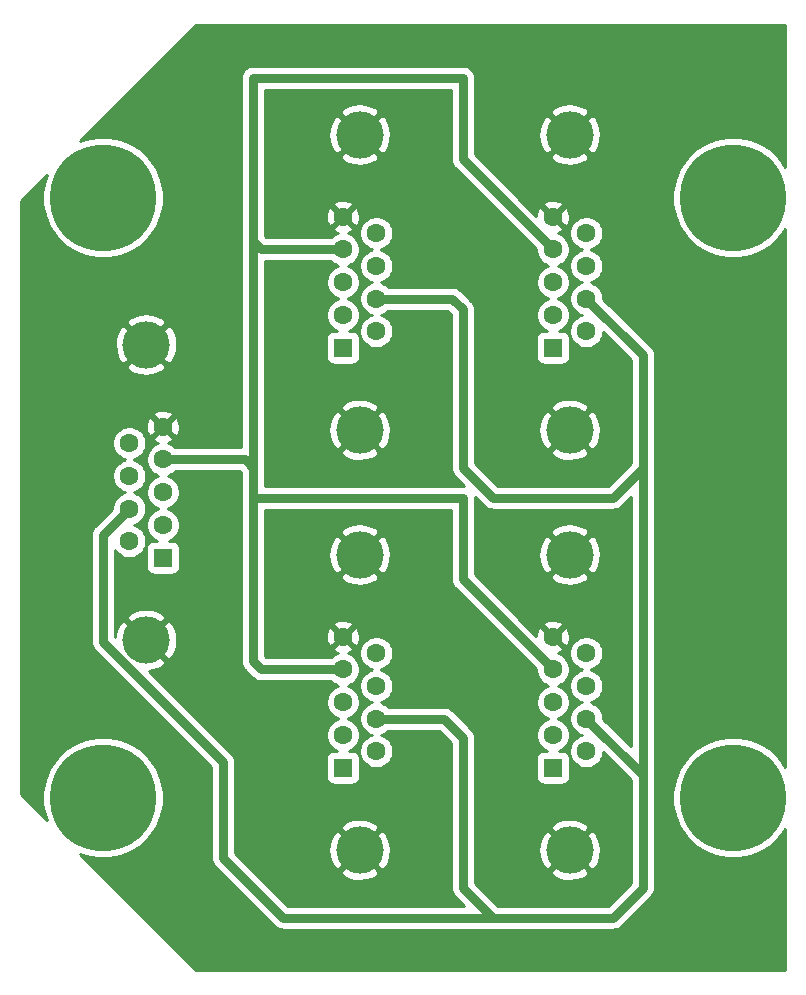
<source format=gbr>
G04 #@! TF.GenerationSoftware,KiCad,Pcbnew,5.1.5-52549c5~84~ubuntu18.04.1*
G04 #@! TF.CreationDate,2020-01-18T14:29:20-05:00*
G04 #@! TF.ProjectId,datapod_IR_splitter,64617461-706f-4645-9f49-525f73706c69,rev?*
G04 #@! TF.SameCoordinates,Original*
G04 #@! TF.FileFunction,Copper,L2,Bot*
G04 #@! TF.FilePolarity,Positive*
%FSLAX46Y46*%
G04 Gerber Fmt 4.6, Leading zero omitted, Abs format (unit mm)*
G04 Created by KiCad (PCBNEW 5.1.5-52549c5~84~ubuntu18.04.1) date 2020-01-18 14:29:20*
%MOMM*%
%LPD*%
G04 APERTURE LIST*
%ADD10R,1.600000X1.600000*%
%ADD11C,1.600000*%
%ADD12C,4.000000*%
%ADD13C,9.000000*%
%ADD14C,0.762000*%
%ADD15C,0.254000*%
G04 APERTURE END LIST*
D10*
X119380000Y-111760000D03*
D11*
X119380000Y-108990000D03*
X119380000Y-106220000D03*
X119380000Y-103450000D03*
X119380000Y-100680000D03*
X116540000Y-110375000D03*
X116540000Y-107605000D03*
X116540000Y-104835000D03*
X116540000Y-102065000D03*
D12*
X117960000Y-93720000D03*
X117960000Y-118720000D03*
D10*
X152400000Y-129540000D03*
D11*
X152400000Y-126770000D03*
X152400000Y-124000000D03*
X152400000Y-121230000D03*
X152400000Y-118460000D03*
X155240000Y-128155000D03*
X155240000Y-125385000D03*
X155240000Y-122615000D03*
X155240000Y-119845000D03*
D12*
X153820000Y-136500000D03*
X153820000Y-111500000D03*
X136040000Y-75940000D03*
X136040000Y-100940000D03*
D11*
X137460000Y-84285000D03*
X137460000Y-87055000D03*
X137460000Y-89825000D03*
X137460000Y-92595000D03*
X134620000Y-82900000D03*
X134620000Y-85670000D03*
X134620000Y-88440000D03*
X134620000Y-91210000D03*
D10*
X134620000Y-93980000D03*
X152400000Y-93980000D03*
D11*
X152400000Y-91210000D03*
X152400000Y-88440000D03*
X152400000Y-85670000D03*
X152400000Y-82900000D03*
X155240000Y-92595000D03*
X155240000Y-89825000D03*
X155240000Y-87055000D03*
X155240000Y-84285000D03*
D12*
X153820000Y-100940000D03*
X153820000Y-75940000D03*
X136040000Y-111500000D03*
X136040000Y-136500000D03*
D11*
X137460000Y-119845000D03*
X137460000Y-122615000D03*
X137460000Y-125385000D03*
X137460000Y-128155000D03*
X134620000Y-118460000D03*
X134620000Y-121230000D03*
X134620000Y-124000000D03*
X134620000Y-126770000D03*
D10*
X134620000Y-129540000D03*
D13*
X114300000Y-81280000D03*
X114300000Y-132080000D03*
X167640000Y-132080000D03*
X167640000Y-81280000D03*
D14*
X134620000Y-85670000D02*
X127690000Y-85670000D01*
X127690000Y-85670000D02*
X127000000Y-84980000D01*
X127000000Y-84980000D02*
X127000000Y-71120000D01*
X127000000Y-71120000D02*
X144780000Y-71120000D01*
X144780000Y-78050000D02*
X152400000Y-85670000D01*
X144780000Y-71120000D02*
X144780000Y-78050000D01*
X134620000Y-121230000D02*
X127690000Y-121230000D01*
X127690000Y-121230000D02*
X127000000Y-120540000D01*
X127000000Y-120540000D02*
X127000000Y-106680000D01*
X127000000Y-106680000D02*
X144780000Y-106680000D01*
X144780000Y-113610000D02*
X152400000Y-121230000D01*
X144780000Y-106680000D02*
X144780000Y-113610000D01*
X126310000Y-103450000D02*
X127000000Y-104140000D01*
X119380000Y-103450000D02*
X126310000Y-103450000D01*
X127000000Y-84980000D02*
X127000000Y-104140000D01*
X127000000Y-104140000D02*
X127000000Y-106680000D01*
X143855000Y-89825000D02*
X144780000Y-90750000D01*
X137460000Y-89825000D02*
X143855000Y-89825000D01*
X144780000Y-90750000D02*
X144780000Y-104140000D01*
X144780000Y-104140000D02*
X147320000Y-106680000D01*
X137460000Y-125385000D02*
X143165000Y-125385000D01*
X143165000Y-125385000D02*
X144780000Y-127000000D01*
X144780000Y-127000000D02*
X144780000Y-139700000D01*
X144780000Y-139700000D02*
X147320000Y-142240000D01*
X147320000Y-142240000D02*
X157480000Y-142240000D01*
X157480000Y-142240000D02*
X160020000Y-139700000D01*
X160020000Y-130165000D02*
X155240000Y-125385000D01*
X160020000Y-139700000D02*
X160020000Y-130165000D01*
X147320000Y-106680000D02*
X157480000Y-106680000D01*
X157480000Y-106680000D02*
X160020000Y-104140000D01*
X160020000Y-94605000D02*
X155240000Y-89825000D01*
X160020000Y-104140000D02*
X160020000Y-94605000D01*
X160020000Y-104140000D02*
X160020000Y-130165000D01*
X116540000Y-107605000D02*
X114300000Y-109845000D01*
X114300000Y-118879882D02*
X124460000Y-129039882D01*
X114300000Y-109845000D02*
X114300000Y-118879882D01*
X124460000Y-129039882D02*
X124460000Y-137160000D01*
X124460000Y-137160000D02*
X129540000Y-142240000D01*
X129540000Y-142240000D02*
X147320000Y-142240000D01*
D15*
G36*
X172060000Y-78652241D02*
G01*
X171628615Y-78006628D01*
X170913372Y-77291385D01*
X170072335Y-76729422D01*
X169137824Y-76342335D01*
X168145753Y-76145000D01*
X167134247Y-76145000D01*
X166142176Y-76342335D01*
X165207665Y-76729422D01*
X164366628Y-77291385D01*
X163651385Y-78006628D01*
X163089422Y-78847665D01*
X162702335Y-79782176D01*
X162505000Y-80774247D01*
X162505000Y-81785753D01*
X162702335Y-82777824D01*
X163089422Y-83712335D01*
X163651385Y-84553372D01*
X164366628Y-85268615D01*
X165207665Y-85830578D01*
X166142176Y-86217665D01*
X167134247Y-86415000D01*
X168145753Y-86415000D01*
X169137824Y-86217665D01*
X170072335Y-85830578D01*
X170913372Y-85268615D01*
X171628615Y-84553372D01*
X172060000Y-83907758D01*
X172060001Y-129452242D01*
X171628615Y-128806628D01*
X170913372Y-128091385D01*
X170072335Y-127529422D01*
X169137824Y-127142335D01*
X168145753Y-126945000D01*
X167134247Y-126945000D01*
X166142176Y-127142335D01*
X165207665Y-127529422D01*
X164366628Y-128091385D01*
X163651385Y-128806628D01*
X163089422Y-129647665D01*
X162702335Y-130582176D01*
X162505000Y-131574247D01*
X162505000Y-132585753D01*
X162702335Y-133577824D01*
X163089422Y-134512335D01*
X163651385Y-135353372D01*
X164366628Y-136068615D01*
X165207665Y-136630578D01*
X166142176Y-137017665D01*
X167134247Y-137215000D01*
X168145753Y-137215000D01*
X169137824Y-137017665D01*
X170072335Y-136630578D01*
X170913372Y-136068615D01*
X171628615Y-135353372D01*
X172060001Y-134707758D01*
X172060001Y-146660000D01*
X122193381Y-146660000D01*
X112373469Y-136840089D01*
X112802176Y-137017665D01*
X113794247Y-137215000D01*
X114805753Y-137215000D01*
X115797824Y-137017665D01*
X116732335Y-136630578D01*
X117573372Y-136068615D01*
X118288615Y-135353372D01*
X118850578Y-134512335D01*
X119237665Y-133577824D01*
X119435000Y-132585753D01*
X119435000Y-131574247D01*
X119237665Y-130582176D01*
X118850578Y-129647665D01*
X118288615Y-128806628D01*
X117573372Y-128091385D01*
X116732335Y-127529422D01*
X115797824Y-127142335D01*
X114805753Y-126945000D01*
X113794247Y-126945000D01*
X112802176Y-127142335D01*
X111867665Y-127529422D01*
X111026628Y-128091385D01*
X110311385Y-128806628D01*
X109749422Y-129647665D01*
X109362335Y-130582176D01*
X109165000Y-131574247D01*
X109165000Y-132585753D01*
X109362335Y-133577824D01*
X109539911Y-134006531D01*
X107340000Y-131806620D01*
X107340000Y-109845000D01*
X113279085Y-109845000D01*
X113284000Y-109894902D01*
X113284001Y-118829970D01*
X113279085Y-118879882D01*
X113298702Y-119079052D01*
X113335851Y-119201514D01*
X113356799Y-119270569D01*
X113451141Y-119447072D01*
X113578105Y-119601778D01*
X113616868Y-119633590D01*
X123444000Y-129460723D01*
X123444001Y-137110088D01*
X123439085Y-137160000D01*
X123458702Y-137359170D01*
X123511897Y-137534526D01*
X123516799Y-137550687D01*
X123611141Y-137727190D01*
X123738105Y-137881896D01*
X123776868Y-137913708D01*
X128786292Y-142923133D01*
X128818104Y-142961896D01*
X128972810Y-143088860D01*
X129087832Y-143150340D01*
X129149312Y-143183202D01*
X129340829Y-143241298D01*
X129540000Y-143260915D01*
X129589902Y-143256000D01*
X147270105Y-143256000D01*
X147319999Y-143260914D01*
X147369893Y-143256000D01*
X157430098Y-143256000D01*
X157480000Y-143260915D01*
X157529902Y-143256000D01*
X157679171Y-143241298D01*
X157870687Y-143183202D01*
X158047190Y-143088860D01*
X158201896Y-142961896D01*
X158233712Y-142923128D01*
X160703133Y-140453708D01*
X160741896Y-140421896D01*
X160868860Y-140267190D01*
X160963202Y-140090687D01*
X161021298Y-139899171D01*
X161036000Y-139749902D01*
X161036000Y-139749895D01*
X161040914Y-139700001D01*
X161036000Y-139650107D01*
X161036000Y-130214902D01*
X161040915Y-130165000D01*
X161036000Y-130115098D01*
X161036000Y-104189895D01*
X161040914Y-104140001D01*
X161036000Y-104090107D01*
X161036000Y-94654902D01*
X161040915Y-94605000D01*
X161021298Y-94405829D01*
X160963202Y-94214313D01*
X160962982Y-94213902D01*
X160868860Y-94037810D01*
X160741896Y-93883104D01*
X160703133Y-93851292D01*
X156675000Y-89823160D01*
X156675000Y-89683665D01*
X156619853Y-89406426D01*
X156511680Y-89145273D01*
X156354637Y-88910241D01*
X156154759Y-88710363D01*
X155919727Y-88553320D01*
X155658574Y-88445147D01*
X155632699Y-88440000D01*
X155658574Y-88434853D01*
X155919727Y-88326680D01*
X156154759Y-88169637D01*
X156354637Y-87969759D01*
X156511680Y-87734727D01*
X156619853Y-87473574D01*
X156675000Y-87196335D01*
X156675000Y-86913665D01*
X156619853Y-86636426D01*
X156511680Y-86375273D01*
X156354637Y-86140241D01*
X156154759Y-85940363D01*
X155919727Y-85783320D01*
X155658574Y-85675147D01*
X155632699Y-85670000D01*
X155658574Y-85664853D01*
X155919727Y-85556680D01*
X156154759Y-85399637D01*
X156354637Y-85199759D01*
X156511680Y-84964727D01*
X156619853Y-84703574D01*
X156675000Y-84426335D01*
X156675000Y-84143665D01*
X156619853Y-83866426D01*
X156511680Y-83605273D01*
X156354637Y-83370241D01*
X156154759Y-83170363D01*
X155919727Y-83013320D01*
X155658574Y-82905147D01*
X155381335Y-82850000D01*
X155098665Y-82850000D01*
X154821426Y-82905147D01*
X154560273Y-83013320D01*
X154325241Y-83170363D01*
X154125363Y-83370241D01*
X153968320Y-83605273D01*
X153860147Y-83866426D01*
X153805000Y-84143665D01*
X153805000Y-84426335D01*
X153860147Y-84703574D01*
X153968320Y-84964727D01*
X154125363Y-85199759D01*
X154325241Y-85399637D01*
X154560273Y-85556680D01*
X154821426Y-85664853D01*
X154847301Y-85670000D01*
X154821426Y-85675147D01*
X154560273Y-85783320D01*
X154325241Y-85940363D01*
X154125363Y-86140241D01*
X153968320Y-86375273D01*
X153860147Y-86636426D01*
X153805000Y-86913665D01*
X153805000Y-87196335D01*
X153860147Y-87473574D01*
X153968320Y-87734727D01*
X154125363Y-87969759D01*
X154325241Y-88169637D01*
X154560273Y-88326680D01*
X154821426Y-88434853D01*
X154847301Y-88440000D01*
X154821426Y-88445147D01*
X154560273Y-88553320D01*
X154325241Y-88710363D01*
X154125363Y-88910241D01*
X153968320Y-89145273D01*
X153860147Y-89406426D01*
X153805000Y-89683665D01*
X153805000Y-89966335D01*
X153860147Y-90243574D01*
X153968320Y-90504727D01*
X154125363Y-90739759D01*
X154325241Y-90939637D01*
X154560273Y-91096680D01*
X154821426Y-91204853D01*
X154847301Y-91210000D01*
X154821426Y-91215147D01*
X154560273Y-91323320D01*
X154325241Y-91480363D01*
X154125363Y-91680241D01*
X153968320Y-91915273D01*
X153860147Y-92176426D01*
X153805000Y-92453665D01*
X153805000Y-92736335D01*
X153860147Y-93013574D01*
X153968320Y-93274727D01*
X154125363Y-93509759D01*
X154325241Y-93709637D01*
X154560273Y-93866680D01*
X154821426Y-93974853D01*
X155098665Y-94030000D01*
X155381335Y-94030000D01*
X155658574Y-93974853D01*
X155919727Y-93866680D01*
X156154759Y-93709637D01*
X156354637Y-93509759D01*
X156511680Y-93274727D01*
X156619853Y-93013574D01*
X156675000Y-92736335D01*
X156675000Y-92696840D01*
X159004001Y-95025842D01*
X159004000Y-103719159D01*
X157059160Y-105664000D01*
X147740841Y-105664000D01*
X145796000Y-103719160D01*
X145796000Y-102787499D01*
X152152106Y-102787499D01*
X152368228Y-103154258D01*
X152828105Y-103394938D01*
X153326098Y-103541275D01*
X153843071Y-103587648D01*
X154359159Y-103532273D01*
X154854526Y-103377279D01*
X155271772Y-103154258D01*
X155487894Y-102787499D01*
X153820000Y-101119605D01*
X152152106Y-102787499D01*
X145796000Y-102787499D01*
X145796000Y-100963071D01*
X151172352Y-100963071D01*
X151227727Y-101479159D01*
X151382721Y-101974526D01*
X151605742Y-102391772D01*
X151972501Y-102607894D01*
X153640395Y-100940000D01*
X153999605Y-100940000D01*
X155667499Y-102607894D01*
X156034258Y-102391772D01*
X156274938Y-101931895D01*
X156421275Y-101433902D01*
X156467648Y-100916929D01*
X156412273Y-100400841D01*
X156257279Y-99905474D01*
X156034258Y-99488228D01*
X155667499Y-99272106D01*
X153999605Y-100940000D01*
X153640395Y-100940000D01*
X151972501Y-99272106D01*
X151605742Y-99488228D01*
X151365062Y-99948105D01*
X151218725Y-100446098D01*
X151172352Y-100963071D01*
X145796000Y-100963071D01*
X145796000Y-99092501D01*
X152152106Y-99092501D01*
X153820000Y-100760395D01*
X155487894Y-99092501D01*
X155271772Y-98725742D01*
X154811895Y-98485062D01*
X154313902Y-98338725D01*
X153796929Y-98292352D01*
X153280841Y-98347727D01*
X152785474Y-98502721D01*
X152368228Y-98725742D01*
X152152106Y-99092501D01*
X145796000Y-99092501D01*
X145796000Y-90799902D01*
X145800915Y-90750000D01*
X145781298Y-90550829D01*
X145723202Y-90359313D01*
X145628860Y-90182810D01*
X145533706Y-90066865D01*
X145501896Y-90028104D01*
X145463133Y-89996292D01*
X144608712Y-89141872D01*
X144576896Y-89103104D01*
X144422190Y-88976140D01*
X144245687Y-88881798D01*
X144054171Y-88823702D01*
X143904902Y-88809000D01*
X143855000Y-88804085D01*
X143805098Y-88809000D01*
X138473396Y-88809000D01*
X138374759Y-88710363D01*
X138139727Y-88553320D01*
X137878574Y-88445147D01*
X137852699Y-88440000D01*
X137878574Y-88434853D01*
X138139727Y-88326680D01*
X138374759Y-88169637D01*
X138574637Y-87969759D01*
X138731680Y-87734727D01*
X138839853Y-87473574D01*
X138895000Y-87196335D01*
X138895000Y-86913665D01*
X138839853Y-86636426D01*
X138731680Y-86375273D01*
X138574637Y-86140241D01*
X138374759Y-85940363D01*
X138139727Y-85783320D01*
X137878574Y-85675147D01*
X137852699Y-85670000D01*
X137878574Y-85664853D01*
X138139727Y-85556680D01*
X138374759Y-85399637D01*
X138574637Y-85199759D01*
X138731680Y-84964727D01*
X138839853Y-84703574D01*
X138895000Y-84426335D01*
X138895000Y-84143665D01*
X138839853Y-83866426D01*
X138731680Y-83605273D01*
X138574637Y-83370241D01*
X138374759Y-83170363D01*
X138139727Y-83013320D01*
X137878574Y-82905147D01*
X137601335Y-82850000D01*
X137318665Y-82850000D01*
X137041426Y-82905147D01*
X136780273Y-83013320D01*
X136545241Y-83170363D01*
X136345363Y-83370241D01*
X136188320Y-83605273D01*
X136080147Y-83866426D01*
X136025000Y-84143665D01*
X136025000Y-84426335D01*
X136080147Y-84703574D01*
X136188320Y-84964727D01*
X136345363Y-85199759D01*
X136545241Y-85399637D01*
X136780273Y-85556680D01*
X137041426Y-85664853D01*
X137067301Y-85670000D01*
X137041426Y-85675147D01*
X136780273Y-85783320D01*
X136545241Y-85940363D01*
X136345363Y-86140241D01*
X136188320Y-86375273D01*
X136080147Y-86636426D01*
X136025000Y-86913665D01*
X136025000Y-87196335D01*
X136080147Y-87473574D01*
X136188320Y-87734727D01*
X136345363Y-87969759D01*
X136545241Y-88169637D01*
X136780273Y-88326680D01*
X137041426Y-88434853D01*
X137067301Y-88440000D01*
X137041426Y-88445147D01*
X136780273Y-88553320D01*
X136545241Y-88710363D01*
X136345363Y-88910241D01*
X136188320Y-89145273D01*
X136080147Y-89406426D01*
X136025000Y-89683665D01*
X136025000Y-89966335D01*
X136080147Y-90243574D01*
X136188320Y-90504727D01*
X136345363Y-90739759D01*
X136545241Y-90939637D01*
X136780273Y-91096680D01*
X137041426Y-91204853D01*
X137067301Y-91210000D01*
X137041426Y-91215147D01*
X136780273Y-91323320D01*
X136545241Y-91480363D01*
X136345363Y-91680241D01*
X136188320Y-91915273D01*
X136080147Y-92176426D01*
X136025000Y-92453665D01*
X136025000Y-92736335D01*
X136080147Y-93013574D01*
X136188320Y-93274727D01*
X136345363Y-93509759D01*
X136545241Y-93709637D01*
X136780273Y-93866680D01*
X137041426Y-93974853D01*
X137318665Y-94030000D01*
X137601335Y-94030000D01*
X137878574Y-93974853D01*
X138139727Y-93866680D01*
X138374759Y-93709637D01*
X138574637Y-93509759D01*
X138731680Y-93274727D01*
X138839853Y-93013574D01*
X138895000Y-92736335D01*
X138895000Y-92453665D01*
X138839853Y-92176426D01*
X138731680Y-91915273D01*
X138574637Y-91680241D01*
X138374759Y-91480363D01*
X138139727Y-91323320D01*
X137878574Y-91215147D01*
X137852699Y-91210000D01*
X137878574Y-91204853D01*
X138139727Y-91096680D01*
X138374759Y-90939637D01*
X138473396Y-90841000D01*
X143434160Y-90841000D01*
X143764000Y-91170841D01*
X143764001Y-104090088D01*
X143759085Y-104140000D01*
X143778702Y-104339170D01*
X143817176Y-104466000D01*
X143836799Y-104530687D01*
X143931141Y-104707190D01*
X144058105Y-104861896D01*
X144096866Y-104893706D01*
X144871230Y-105668071D01*
X144829902Y-105664000D01*
X144780000Y-105659085D01*
X144730098Y-105664000D01*
X128016000Y-105664000D01*
X128016000Y-104189893D01*
X128020914Y-104139999D01*
X128016000Y-104090105D01*
X128016000Y-102787499D01*
X134372106Y-102787499D01*
X134588228Y-103154258D01*
X135048105Y-103394938D01*
X135546098Y-103541275D01*
X136063071Y-103587648D01*
X136579159Y-103532273D01*
X137074526Y-103377279D01*
X137491772Y-103154258D01*
X137707894Y-102787499D01*
X136040000Y-101119605D01*
X134372106Y-102787499D01*
X128016000Y-102787499D01*
X128016000Y-100963071D01*
X133392352Y-100963071D01*
X133447727Y-101479159D01*
X133602721Y-101974526D01*
X133825742Y-102391772D01*
X134192501Y-102607894D01*
X135860395Y-100940000D01*
X136219605Y-100940000D01*
X137887499Y-102607894D01*
X138254258Y-102391772D01*
X138494938Y-101931895D01*
X138641275Y-101433902D01*
X138687648Y-100916929D01*
X138632273Y-100400841D01*
X138477279Y-99905474D01*
X138254258Y-99488228D01*
X137887499Y-99272106D01*
X136219605Y-100940000D01*
X135860395Y-100940000D01*
X134192501Y-99272106D01*
X133825742Y-99488228D01*
X133585062Y-99948105D01*
X133438725Y-100446098D01*
X133392352Y-100963071D01*
X128016000Y-100963071D01*
X128016000Y-99092501D01*
X134372106Y-99092501D01*
X136040000Y-100760395D01*
X137707894Y-99092501D01*
X137491772Y-98725742D01*
X137031895Y-98485062D01*
X136533902Y-98338725D01*
X136016929Y-98292352D01*
X135500841Y-98347727D01*
X135005474Y-98502721D01*
X134588228Y-98725742D01*
X134372106Y-99092501D01*
X128016000Y-99092501D01*
X128016000Y-86686000D01*
X133606604Y-86686000D01*
X133705241Y-86784637D01*
X133940273Y-86941680D01*
X134201426Y-87049853D01*
X134227301Y-87055000D01*
X134201426Y-87060147D01*
X133940273Y-87168320D01*
X133705241Y-87325363D01*
X133505363Y-87525241D01*
X133348320Y-87760273D01*
X133240147Y-88021426D01*
X133185000Y-88298665D01*
X133185000Y-88581335D01*
X133240147Y-88858574D01*
X133348320Y-89119727D01*
X133505363Y-89354759D01*
X133705241Y-89554637D01*
X133940273Y-89711680D01*
X134201426Y-89819853D01*
X134227301Y-89825000D01*
X134201426Y-89830147D01*
X133940273Y-89938320D01*
X133705241Y-90095363D01*
X133505363Y-90295241D01*
X133348320Y-90530273D01*
X133240147Y-90791426D01*
X133185000Y-91068665D01*
X133185000Y-91351335D01*
X133240147Y-91628574D01*
X133348320Y-91889727D01*
X133505363Y-92124759D01*
X133705241Y-92324637D01*
X133940273Y-92481680D01*
X134085725Y-92541928D01*
X133820000Y-92541928D01*
X133695518Y-92554188D01*
X133575820Y-92590498D01*
X133465506Y-92649463D01*
X133368815Y-92728815D01*
X133289463Y-92825506D01*
X133230498Y-92935820D01*
X133194188Y-93055518D01*
X133181928Y-93180000D01*
X133181928Y-94780000D01*
X133194188Y-94904482D01*
X133230498Y-95024180D01*
X133289463Y-95134494D01*
X133368815Y-95231185D01*
X133465506Y-95310537D01*
X133575820Y-95369502D01*
X133695518Y-95405812D01*
X133820000Y-95418072D01*
X135420000Y-95418072D01*
X135544482Y-95405812D01*
X135664180Y-95369502D01*
X135774494Y-95310537D01*
X135871185Y-95231185D01*
X135950537Y-95134494D01*
X136009502Y-95024180D01*
X136045812Y-94904482D01*
X136058072Y-94780000D01*
X136058072Y-93180000D01*
X136045812Y-93055518D01*
X136009502Y-92935820D01*
X135950537Y-92825506D01*
X135871185Y-92728815D01*
X135774494Y-92649463D01*
X135664180Y-92590498D01*
X135544482Y-92554188D01*
X135420000Y-92541928D01*
X135154275Y-92541928D01*
X135299727Y-92481680D01*
X135534759Y-92324637D01*
X135734637Y-92124759D01*
X135891680Y-91889727D01*
X135999853Y-91628574D01*
X136055000Y-91351335D01*
X136055000Y-91068665D01*
X135999853Y-90791426D01*
X135891680Y-90530273D01*
X135734637Y-90295241D01*
X135534759Y-90095363D01*
X135299727Y-89938320D01*
X135038574Y-89830147D01*
X135012699Y-89825000D01*
X135038574Y-89819853D01*
X135299727Y-89711680D01*
X135534759Y-89554637D01*
X135734637Y-89354759D01*
X135891680Y-89119727D01*
X135999853Y-88858574D01*
X136055000Y-88581335D01*
X136055000Y-88298665D01*
X135999853Y-88021426D01*
X135891680Y-87760273D01*
X135734637Y-87525241D01*
X135534759Y-87325363D01*
X135299727Y-87168320D01*
X135038574Y-87060147D01*
X135012699Y-87055000D01*
X135038574Y-87049853D01*
X135299727Y-86941680D01*
X135534759Y-86784637D01*
X135734637Y-86584759D01*
X135891680Y-86349727D01*
X135999853Y-86088574D01*
X136055000Y-85811335D01*
X136055000Y-85528665D01*
X135999853Y-85251426D01*
X135891680Y-84990273D01*
X135734637Y-84755241D01*
X135534759Y-84555363D01*
X135299727Y-84398320D01*
X135038574Y-84290147D01*
X135010118Y-84284487D01*
X135236292Y-84203603D01*
X135361514Y-84136671D01*
X135433097Y-83892702D01*
X134620000Y-83079605D01*
X133806903Y-83892702D01*
X133878486Y-84136671D01*
X134133996Y-84257571D01*
X134236289Y-84283212D01*
X134201426Y-84290147D01*
X133940273Y-84398320D01*
X133705241Y-84555363D01*
X133606604Y-84654000D01*
X128110841Y-84654000D01*
X128016000Y-84559160D01*
X128016000Y-82970512D01*
X133179783Y-82970512D01*
X133221213Y-83250130D01*
X133316397Y-83516292D01*
X133383329Y-83641514D01*
X133627298Y-83713097D01*
X134440395Y-82900000D01*
X134799605Y-82900000D01*
X135612702Y-83713097D01*
X135856671Y-83641514D01*
X135977571Y-83386004D01*
X136046300Y-83111816D01*
X136060217Y-82829488D01*
X136018787Y-82549870D01*
X135923603Y-82283708D01*
X135856671Y-82158486D01*
X135612702Y-82086903D01*
X134799605Y-82900000D01*
X134440395Y-82900000D01*
X133627298Y-82086903D01*
X133383329Y-82158486D01*
X133262429Y-82413996D01*
X133193700Y-82688184D01*
X133179783Y-82970512D01*
X128016000Y-82970512D01*
X128016000Y-81907298D01*
X133806903Y-81907298D01*
X134620000Y-82720395D01*
X135433097Y-81907298D01*
X135361514Y-81663329D01*
X135106004Y-81542429D01*
X134831816Y-81473700D01*
X134549488Y-81459783D01*
X134269870Y-81501213D01*
X134003708Y-81596397D01*
X133878486Y-81663329D01*
X133806903Y-81907298D01*
X128016000Y-81907298D01*
X128016000Y-77787499D01*
X134372106Y-77787499D01*
X134588228Y-78154258D01*
X135048105Y-78394938D01*
X135546098Y-78541275D01*
X136063071Y-78587648D01*
X136579159Y-78532273D01*
X137074526Y-78377279D01*
X137491772Y-78154258D01*
X137707894Y-77787499D01*
X136040000Y-76119605D01*
X134372106Y-77787499D01*
X128016000Y-77787499D01*
X128016000Y-75963071D01*
X133392352Y-75963071D01*
X133447727Y-76479159D01*
X133602721Y-76974526D01*
X133825742Y-77391772D01*
X134192501Y-77607894D01*
X135860395Y-75940000D01*
X136219605Y-75940000D01*
X137887499Y-77607894D01*
X138254258Y-77391772D01*
X138494938Y-76931895D01*
X138641275Y-76433902D01*
X138687648Y-75916929D01*
X138632273Y-75400841D01*
X138477279Y-74905474D01*
X138254258Y-74488228D01*
X137887499Y-74272106D01*
X136219605Y-75940000D01*
X135860395Y-75940000D01*
X134192501Y-74272106D01*
X133825742Y-74488228D01*
X133585062Y-74948105D01*
X133438725Y-75446098D01*
X133392352Y-75963071D01*
X128016000Y-75963071D01*
X128016000Y-74092501D01*
X134372106Y-74092501D01*
X136040000Y-75760395D01*
X137707894Y-74092501D01*
X137491772Y-73725742D01*
X137031895Y-73485062D01*
X136533902Y-73338725D01*
X136016929Y-73292352D01*
X135500841Y-73347727D01*
X135005474Y-73502721D01*
X134588228Y-73725742D01*
X134372106Y-74092501D01*
X128016000Y-74092501D01*
X128016000Y-72136000D01*
X143764000Y-72136000D01*
X143764001Y-78000088D01*
X143759085Y-78050000D01*
X143778702Y-78249170D01*
X143817564Y-78377279D01*
X143836799Y-78440687D01*
X143931141Y-78617190D01*
X144058105Y-78771896D01*
X144096868Y-78803708D01*
X150965000Y-85671841D01*
X150965000Y-85811335D01*
X151020147Y-86088574D01*
X151128320Y-86349727D01*
X151285363Y-86584759D01*
X151485241Y-86784637D01*
X151720273Y-86941680D01*
X151981426Y-87049853D01*
X152007301Y-87055000D01*
X151981426Y-87060147D01*
X151720273Y-87168320D01*
X151485241Y-87325363D01*
X151285363Y-87525241D01*
X151128320Y-87760273D01*
X151020147Y-88021426D01*
X150965000Y-88298665D01*
X150965000Y-88581335D01*
X151020147Y-88858574D01*
X151128320Y-89119727D01*
X151285363Y-89354759D01*
X151485241Y-89554637D01*
X151720273Y-89711680D01*
X151981426Y-89819853D01*
X152007301Y-89825000D01*
X151981426Y-89830147D01*
X151720273Y-89938320D01*
X151485241Y-90095363D01*
X151285363Y-90295241D01*
X151128320Y-90530273D01*
X151020147Y-90791426D01*
X150965000Y-91068665D01*
X150965000Y-91351335D01*
X151020147Y-91628574D01*
X151128320Y-91889727D01*
X151285363Y-92124759D01*
X151485241Y-92324637D01*
X151720273Y-92481680D01*
X151865725Y-92541928D01*
X151600000Y-92541928D01*
X151475518Y-92554188D01*
X151355820Y-92590498D01*
X151245506Y-92649463D01*
X151148815Y-92728815D01*
X151069463Y-92825506D01*
X151010498Y-92935820D01*
X150974188Y-93055518D01*
X150961928Y-93180000D01*
X150961928Y-94780000D01*
X150974188Y-94904482D01*
X151010498Y-95024180D01*
X151069463Y-95134494D01*
X151148815Y-95231185D01*
X151245506Y-95310537D01*
X151355820Y-95369502D01*
X151475518Y-95405812D01*
X151600000Y-95418072D01*
X153200000Y-95418072D01*
X153324482Y-95405812D01*
X153444180Y-95369502D01*
X153554494Y-95310537D01*
X153651185Y-95231185D01*
X153730537Y-95134494D01*
X153789502Y-95024180D01*
X153825812Y-94904482D01*
X153838072Y-94780000D01*
X153838072Y-93180000D01*
X153825812Y-93055518D01*
X153789502Y-92935820D01*
X153730537Y-92825506D01*
X153651185Y-92728815D01*
X153554494Y-92649463D01*
X153444180Y-92590498D01*
X153324482Y-92554188D01*
X153200000Y-92541928D01*
X152934275Y-92541928D01*
X153079727Y-92481680D01*
X153314759Y-92324637D01*
X153514637Y-92124759D01*
X153671680Y-91889727D01*
X153779853Y-91628574D01*
X153835000Y-91351335D01*
X153835000Y-91068665D01*
X153779853Y-90791426D01*
X153671680Y-90530273D01*
X153514637Y-90295241D01*
X153314759Y-90095363D01*
X153079727Y-89938320D01*
X152818574Y-89830147D01*
X152792699Y-89825000D01*
X152818574Y-89819853D01*
X153079727Y-89711680D01*
X153314759Y-89554637D01*
X153514637Y-89354759D01*
X153671680Y-89119727D01*
X153779853Y-88858574D01*
X153835000Y-88581335D01*
X153835000Y-88298665D01*
X153779853Y-88021426D01*
X153671680Y-87760273D01*
X153514637Y-87525241D01*
X153314759Y-87325363D01*
X153079727Y-87168320D01*
X152818574Y-87060147D01*
X152792699Y-87055000D01*
X152818574Y-87049853D01*
X153079727Y-86941680D01*
X153314759Y-86784637D01*
X153514637Y-86584759D01*
X153671680Y-86349727D01*
X153779853Y-86088574D01*
X153835000Y-85811335D01*
X153835000Y-85528665D01*
X153779853Y-85251426D01*
X153671680Y-84990273D01*
X153514637Y-84755241D01*
X153314759Y-84555363D01*
X153079727Y-84398320D01*
X152818574Y-84290147D01*
X152790118Y-84284487D01*
X153016292Y-84203603D01*
X153141514Y-84136671D01*
X153213097Y-83892702D01*
X152400000Y-83079605D01*
X152385858Y-83093748D01*
X152206253Y-82914143D01*
X152220395Y-82900000D01*
X152579605Y-82900000D01*
X153392702Y-83713097D01*
X153636671Y-83641514D01*
X153757571Y-83386004D01*
X153826300Y-83111816D01*
X153840217Y-82829488D01*
X153798787Y-82549870D01*
X153703603Y-82283708D01*
X153636671Y-82158486D01*
X153392702Y-82086903D01*
X152579605Y-82900000D01*
X152220395Y-82900000D01*
X151407298Y-82086903D01*
X151163329Y-82158486D01*
X151042429Y-82413996D01*
X150973700Y-82688184D01*
X150968125Y-82801284D01*
X150074139Y-81907298D01*
X151586903Y-81907298D01*
X152400000Y-82720395D01*
X153213097Y-81907298D01*
X153141514Y-81663329D01*
X152886004Y-81542429D01*
X152611816Y-81473700D01*
X152329488Y-81459783D01*
X152049870Y-81501213D01*
X151783708Y-81596397D01*
X151658486Y-81663329D01*
X151586903Y-81907298D01*
X150074139Y-81907298D01*
X145954340Y-77787499D01*
X152152106Y-77787499D01*
X152368228Y-78154258D01*
X152828105Y-78394938D01*
X153326098Y-78541275D01*
X153843071Y-78587648D01*
X154359159Y-78532273D01*
X154854526Y-78377279D01*
X155271772Y-78154258D01*
X155487894Y-77787499D01*
X153820000Y-76119605D01*
X152152106Y-77787499D01*
X145954340Y-77787499D01*
X145796000Y-77629160D01*
X145796000Y-75963071D01*
X151172352Y-75963071D01*
X151227727Y-76479159D01*
X151382721Y-76974526D01*
X151605742Y-77391772D01*
X151972501Y-77607894D01*
X153640395Y-75940000D01*
X153999605Y-75940000D01*
X155667499Y-77607894D01*
X156034258Y-77391772D01*
X156274938Y-76931895D01*
X156421275Y-76433902D01*
X156467648Y-75916929D01*
X156412273Y-75400841D01*
X156257279Y-74905474D01*
X156034258Y-74488228D01*
X155667499Y-74272106D01*
X153999605Y-75940000D01*
X153640395Y-75940000D01*
X151972501Y-74272106D01*
X151605742Y-74488228D01*
X151365062Y-74948105D01*
X151218725Y-75446098D01*
X151172352Y-75963071D01*
X145796000Y-75963071D01*
X145796000Y-74092501D01*
X152152106Y-74092501D01*
X153820000Y-75760395D01*
X155487894Y-74092501D01*
X155271772Y-73725742D01*
X154811895Y-73485062D01*
X154313902Y-73338725D01*
X153796929Y-73292352D01*
X153280841Y-73347727D01*
X152785474Y-73502721D01*
X152368228Y-73725742D01*
X152152106Y-74092501D01*
X145796000Y-74092501D01*
X145796000Y-71169902D01*
X145800915Y-71120000D01*
X145781298Y-70920829D01*
X145723202Y-70729313D01*
X145628860Y-70552810D01*
X145501896Y-70398104D01*
X145347190Y-70271140D01*
X145170687Y-70176798D01*
X144979171Y-70118702D01*
X144829902Y-70104000D01*
X144780000Y-70099085D01*
X144730098Y-70104000D01*
X127049902Y-70104000D01*
X127000000Y-70099085D01*
X126950098Y-70104000D01*
X126800829Y-70118702D01*
X126609313Y-70176798D01*
X126432810Y-70271140D01*
X126278104Y-70398104D01*
X126151140Y-70552810D01*
X126056798Y-70729313D01*
X125998702Y-70920829D01*
X125979085Y-71120000D01*
X125984001Y-71169912D01*
X125984000Y-84930098D01*
X125979085Y-84980000D01*
X125984000Y-85029901D01*
X125984001Y-102434000D01*
X120393396Y-102434000D01*
X120294759Y-102335363D01*
X120059727Y-102178320D01*
X119798574Y-102070147D01*
X119770118Y-102064487D01*
X119996292Y-101983603D01*
X120121514Y-101916671D01*
X120193097Y-101672702D01*
X119380000Y-100859605D01*
X118566903Y-101672702D01*
X118638486Y-101916671D01*
X118893996Y-102037571D01*
X118996289Y-102063212D01*
X118961426Y-102070147D01*
X118700273Y-102178320D01*
X118465241Y-102335363D01*
X118265363Y-102535241D01*
X118108320Y-102770273D01*
X118000147Y-103031426D01*
X117945000Y-103308665D01*
X117945000Y-103591335D01*
X118000147Y-103868574D01*
X118108320Y-104129727D01*
X118265363Y-104364759D01*
X118465241Y-104564637D01*
X118700273Y-104721680D01*
X118961426Y-104829853D01*
X118987301Y-104835000D01*
X118961426Y-104840147D01*
X118700273Y-104948320D01*
X118465241Y-105105363D01*
X118265363Y-105305241D01*
X118108320Y-105540273D01*
X118000147Y-105801426D01*
X117945000Y-106078665D01*
X117945000Y-106361335D01*
X118000147Y-106638574D01*
X118108320Y-106899727D01*
X118265363Y-107134759D01*
X118465241Y-107334637D01*
X118700273Y-107491680D01*
X118961426Y-107599853D01*
X118987301Y-107605000D01*
X118961426Y-107610147D01*
X118700273Y-107718320D01*
X118465241Y-107875363D01*
X118265363Y-108075241D01*
X118108320Y-108310273D01*
X118000147Y-108571426D01*
X117945000Y-108848665D01*
X117945000Y-109131335D01*
X118000147Y-109408574D01*
X118108320Y-109669727D01*
X118265363Y-109904759D01*
X118465241Y-110104637D01*
X118700273Y-110261680D01*
X118845725Y-110321928D01*
X118580000Y-110321928D01*
X118455518Y-110334188D01*
X118335820Y-110370498D01*
X118225506Y-110429463D01*
X118128815Y-110508815D01*
X118049463Y-110605506D01*
X117990498Y-110715820D01*
X117954188Y-110835518D01*
X117941928Y-110960000D01*
X117941928Y-112560000D01*
X117954188Y-112684482D01*
X117990498Y-112804180D01*
X118049463Y-112914494D01*
X118128815Y-113011185D01*
X118225506Y-113090537D01*
X118335820Y-113149502D01*
X118455518Y-113185812D01*
X118580000Y-113198072D01*
X120180000Y-113198072D01*
X120304482Y-113185812D01*
X120424180Y-113149502D01*
X120534494Y-113090537D01*
X120631185Y-113011185D01*
X120710537Y-112914494D01*
X120769502Y-112804180D01*
X120805812Y-112684482D01*
X120818072Y-112560000D01*
X120818072Y-110960000D01*
X120805812Y-110835518D01*
X120769502Y-110715820D01*
X120710537Y-110605506D01*
X120631185Y-110508815D01*
X120534494Y-110429463D01*
X120424180Y-110370498D01*
X120304482Y-110334188D01*
X120180000Y-110321928D01*
X119914275Y-110321928D01*
X120059727Y-110261680D01*
X120294759Y-110104637D01*
X120494637Y-109904759D01*
X120651680Y-109669727D01*
X120759853Y-109408574D01*
X120815000Y-109131335D01*
X120815000Y-108848665D01*
X120759853Y-108571426D01*
X120651680Y-108310273D01*
X120494637Y-108075241D01*
X120294759Y-107875363D01*
X120059727Y-107718320D01*
X119798574Y-107610147D01*
X119772699Y-107605000D01*
X119798574Y-107599853D01*
X120059727Y-107491680D01*
X120294759Y-107334637D01*
X120494637Y-107134759D01*
X120651680Y-106899727D01*
X120759853Y-106638574D01*
X120815000Y-106361335D01*
X120815000Y-106078665D01*
X120759853Y-105801426D01*
X120651680Y-105540273D01*
X120494637Y-105305241D01*
X120294759Y-105105363D01*
X120059727Y-104948320D01*
X119798574Y-104840147D01*
X119772699Y-104835000D01*
X119798574Y-104829853D01*
X120059727Y-104721680D01*
X120294759Y-104564637D01*
X120393396Y-104466000D01*
X125889160Y-104466000D01*
X125984000Y-104560841D01*
X125984001Y-106630088D01*
X125979085Y-106680000D01*
X125984001Y-106729912D01*
X125984000Y-120490098D01*
X125979085Y-120540000D01*
X125984000Y-120589901D01*
X125998702Y-120739170D01*
X126056798Y-120930686D01*
X126151140Y-121107190D01*
X126278104Y-121261896D01*
X126316872Y-121293712D01*
X126936292Y-121913133D01*
X126968104Y-121951896D01*
X127122810Y-122078860D01*
X127299313Y-122173202D01*
X127432732Y-122213674D01*
X127490828Y-122231298D01*
X127510177Y-122233204D01*
X127640098Y-122246000D01*
X127640105Y-122246000D01*
X127689999Y-122250914D01*
X127739893Y-122246000D01*
X133606604Y-122246000D01*
X133705241Y-122344637D01*
X133940273Y-122501680D01*
X134201426Y-122609853D01*
X134227301Y-122615000D01*
X134201426Y-122620147D01*
X133940273Y-122728320D01*
X133705241Y-122885363D01*
X133505363Y-123085241D01*
X133348320Y-123320273D01*
X133240147Y-123581426D01*
X133185000Y-123858665D01*
X133185000Y-124141335D01*
X133240147Y-124418574D01*
X133348320Y-124679727D01*
X133505363Y-124914759D01*
X133705241Y-125114637D01*
X133940273Y-125271680D01*
X134201426Y-125379853D01*
X134227301Y-125385000D01*
X134201426Y-125390147D01*
X133940273Y-125498320D01*
X133705241Y-125655363D01*
X133505363Y-125855241D01*
X133348320Y-126090273D01*
X133240147Y-126351426D01*
X133185000Y-126628665D01*
X133185000Y-126911335D01*
X133240147Y-127188574D01*
X133348320Y-127449727D01*
X133505363Y-127684759D01*
X133705241Y-127884637D01*
X133940273Y-128041680D01*
X134085725Y-128101928D01*
X133820000Y-128101928D01*
X133695518Y-128114188D01*
X133575820Y-128150498D01*
X133465506Y-128209463D01*
X133368815Y-128288815D01*
X133289463Y-128385506D01*
X133230498Y-128495820D01*
X133194188Y-128615518D01*
X133181928Y-128740000D01*
X133181928Y-130340000D01*
X133194188Y-130464482D01*
X133230498Y-130584180D01*
X133289463Y-130694494D01*
X133368815Y-130791185D01*
X133465506Y-130870537D01*
X133575820Y-130929502D01*
X133695518Y-130965812D01*
X133820000Y-130978072D01*
X135420000Y-130978072D01*
X135544482Y-130965812D01*
X135664180Y-130929502D01*
X135774494Y-130870537D01*
X135871185Y-130791185D01*
X135950537Y-130694494D01*
X136009502Y-130584180D01*
X136045812Y-130464482D01*
X136058072Y-130340000D01*
X136058072Y-128740000D01*
X136045812Y-128615518D01*
X136009502Y-128495820D01*
X135950537Y-128385506D01*
X135871185Y-128288815D01*
X135774494Y-128209463D01*
X135664180Y-128150498D01*
X135544482Y-128114188D01*
X135420000Y-128101928D01*
X135154275Y-128101928D01*
X135299727Y-128041680D01*
X135534759Y-127884637D01*
X135734637Y-127684759D01*
X135891680Y-127449727D01*
X135999853Y-127188574D01*
X136055000Y-126911335D01*
X136055000Y-126628665D01*
X135999853Y-126351426D01*
X135891680Y-126090273D01*
X135734637Y-125855241D01*
X135534759Y-125655363D01*
X135299727Y-125498320D01*
X135038574Y-125390147D01*
X135012699Y-125385000D01*
X135038574Y-125379853D01*
X135299727Y-125271680D01*
X135534759Y-125114637D01*
X135734637Y-124914759D01*
X135891680Y-124679727D01*
X135999853Y-124418574D01*
X136055000Y-124141335D01*
X136055000Y-123858665D01*
X135999853Y-123581426D01*
X135891680Y-123320273D01*
X135734637Y-123085241D01*
X135534759Y-122885363D01*
X135299727Y-122728320D01*
X135038574Y-122620147D01*
X135012699Y-122615000D01*
X135038574Y-122609853D01*
X135299727Y-122501680D01*
X135534759Y-122344637D01*
X135734637Y-122144759D01*
X135891680Y-121909727D01*
X135999853Y-121648574D01*
X136055000Y-121371335D01*
X136055000Y-121088665D01*
X135999853Y-120811426D01*
X135891680Y-120550273D01*
X135734637Y-120315241D01*
X135534759Y-120115363D01*
X135299727Y-119958320D01*
X135038574Y-119850147D01*
X135010118Y-119844487D01*
X135236292Y-119763603D01*
X135361514Y-119696671D01*
X135433097Y-119452702D01*
X134620000Y-118639605D01*
X133806903Y-119452702D01*
X133878486Y-119696671D01*
X134133996Y-119817571D01*
X134236289Y-119843212D01*
X134201426Y-119850147D01*
X133940273Y-119958320D01*
X133705241Y-120115363D01*
X133606604Y-120214000D01*
X128110841Y-120214000D01*
X128016000Y-120119160D01*
X128016000Y-118530512D01*
X133179783Y-118530512D01*
X133221213Y-118810130D01*
X133316397Y-119076292D01*
X133383329Y-119201514D01*
X133627298Y-119273097D01*
X134440395Y-118460000D01*
X134799605Y-118460000D01*
X135612702Y-119273097D01*
X135856671Y-119201514D01*
X135977571Y-118946004D01*
X136046300Y-118671816D01*
X136060217Y-118389488D01*
X136018787Y-118109870D01*
X135923603Y-117843708D01*
X135856671Y-117718486D01*
X135612702Y-117646903D01*
X134799605Y-118460000D01*
X134440395Y-118460000D01*
X133627298Y-117646903D01*
X133383329Y-117718486D01*
X133262429Y-117973996D01*
X133193700Y-118248184D01*
X133179783Y-118530512D01*
X128016000Y-118530512D01*
X128016000Y-117467298D01*
X133806903Y-117467298D01*
X134620000Y-118280395D01*
X135433097Y-117467298D01*
X135361514Y-117223329D01*
X135106004Y-117102429D01*
X134831816Y-117033700D01*
X134549488Y-117019783D01*
X134269870Y-117061213D01*
X134003708Y-117156397D01*
X133878486Y-117223329D01*
X133806903Y-117467298D01*
X128016000Y-117467298D01*
X128016000Y-113347499D01*
X134372106Y-113347499D01*
X134588228Y-113714258D01*
X135048105Y-113954938D01*
X135546098Y-114101275D01*
X136063071Y-114147648D01*
X136579159Y-114092273D01*
X137074526Y-113937279D01*
X137491772Y-113714258D01*
X137707894Y-113347499D01*
X136040000Y-111679605D01*
X134372106Y-113347499D01*
X128016000Y-113347499D01*
X128016000Y-111523071D01*
X133392352Y-111523071D01*
X133447727Y-112039159D01*
X133602721Y-112534526D01*
X133825742Y-112951772D01*
X134192501Y-113167894D01*
X135860395Y-111500000D01*
X136219605Y-111500000D01*
X137887499Y-113167894D01*
X138254258Y-112951772D01*
X138494938Y-112491895D01*
X138641275Y-111993902D01*
X138687648Y-111476929D01*
X138632273Y-110960841D01*
X138477279Y-110465474D01*
X138254258Y-110048228D01*
X137887499Y-109832106D01*
X136219605Y-111500000D01*
X135860395Y-111500000D01*
X134192501Y-109832106D01*
X133825742Y-110048228D01*
X133585062Y-110508105D01*
X133438725Y-111006098D01*
X133392352Y-111523071D01*
X128016000Y-111523071D01*
X128016000Y-109652501D01*
X134372106Y-109652501D01*
X136040000Y-111320395D01*
X137707894Y-109652501D01*
X137491772Y-109285742D01*
X137031895Y-109045062D01*
X136533902Y-108898725D01*
X136016929Y-108852352D01*
X135500841Y-108907727D01*
X135005474Y-109062721D01*
X134588228Y-109285742D01*
X134372106Y-109652501D01*
X128016000Y-109652501D01*
X128016000Y-107696000D01*
X143764000Y-107696000D01*
X143764001Y-113560088D01*
X143759085Y-113610000D01*
X143778702Y-113809170D01*
X143817564Y-113937279D01*
X143836799Y-114000687D01*
X143931141Y-114177190D01*
X144058105Y-114331896D01*
X144096868Y-114363708D01*
X150965000Y-121231841D01*
X150965000Y-121371335D01*
X151020147Y-121648574D01*
X151128320Y-121909727D01*
X151285363Y-122144759D01*
X151485241Y-122344637D01*
X151720273Y-122501680D01*
X151981426Y-122609853D01*
X152007301Y-122615000D01*
X151981426Y-122620147D01*
X151720273Y-122728320D01*
X151485241Y-122885363D01*
X151285363Y-123085241D01*
X151128320Y-123320273D01*
X151020147Y-123581426D01*
X150965000Y-123858665D01*
X150965000Y-124141335D01*
X151020147Y-124418574D01*
X151128320Y-124679727D01*
X151285363Y-124914759D01*
X151485241Y-125114637D01*
X151720273Y-125271680D01*
X151981426Y-125379853D01*
X152007301Y-125385000D01*
X151981426Y-125390147D01*
X151720273Y-125498320D01*
X151485241Y-125655363D01*
X151285363Y-125855241D01*
X151128320Y-126090273D01*
X151020147Y-126351426D01*
X150965000Y-126628665D01*
X150965000Y-126911335D01*
X151020147Y-127188574D01*
X151128320Y-127449727D01*
X151285363Y-127684759D01*
X151485241Y-127884637D01*
X151720273Y-128041680D01*
X151865725Y-128101928D01*
X151600000Y-128101928D01*
X151475518Y-128114188D01*
X151355820Y-128150498D01*
X151245506Y-128209463D01*
X151148815Y-128288815D01*
X151069463Y-128385506D01*
X151010498Y-128495820D01*
X150974188Y-128615518D01*
X150961928Y-128740000D01*
X150961928Y-130340000D01*
X150974188Y-130464482D01*
X151010498Y-130584180D01*
X151069463Y-130694494D01*
X151148815Y-130791185D01*
X151245506Y-130870537D01*
X151355820Y-130929502D01*
X151475518Y-130965812D01*
X151600000Y-130978072D01*
X153200000Y-130978072D01*
X153324482Y-130965812D01*
X153444180Y-130929502D01*
X153554494Y-130870537D01*
X153651185Y-130791185D01*
X153730537Y-130694494D01*
X153789502Y-130584180D01*
X153825812Y-130464482D01*
X153838072Y-130340000D01*
X153838072Y-128740000D01*
X153825812Y-128615518D01*
X153789502Y-128495820D01*
X153730537Y-128385506D01*
X153651185Y-128288815D01*
X153554494Y-128209463D01*
X153444180Y-128150498D01*
X153324482Y-128114188D01*
X153200000Y-128101928D01*
X152934275Y-128101928D01*
X153079727Y-128041680D01*
X153314759Y-127884637D01*
X153514637Y-127684759D01*
X153671680Y-127449727D01*
X153779853Y-127188574D01*
X153835000Y-126911335D01*
X153835000Y-126628665D01*
X153779853Y-126351426D01*
X153671680Y-126090273D01*
X153514637Y-125855241D01*
X153314759Y-125655363D01*
X153079727Y-125498320D01*
X152818574Y-125390147D01*
X152792699Y-125385000D01*
X152818574Y-125379853D01*
X153079727Y-125271680D01*
X153314759Y-125114637D01*
X153514637Y-124914759D01*
X153671680Y-124679727D01*
X153779853Y-124418574D01*
X153835000Y-124141335D01*
X153835000Y-123858665D01*
X153779853Y-123581426D01*
X153671680Y-123320273D01*
X153514637Y-123085241D01*
X153314759Y-122885363D01*
X153079727Y-122728320D01*
X152818574Y-122620147D01*
X152792699Y-122615000D01*
X152818574Y-122609853D01*
X153079727Y-122501680D01*
X153314759Y-122344637D01*
X153514637Y-122144759D01*
X153671680Y-121909727D01*
X153779853Y-121648574D01*
X153835000Y-121371335D01*
X153835000Y-121088665D01*
X153779853Y-120811426D01*
X153671680Y-120550273D01*
X153514637Y-120315241D01*
X153314759Y-120115363D01*
X153079727Y-119958320D01*
X152818574Y-119850147D01*
X152790118Y-119844487D01*
X153016292Y-119763603D01*
X153141514Y-119696671D01*
X153213097Y-119452702D01*
X152400000Y-118639605D01*
X152385858Y-118653748D01*
X152206253Y-118474143D01*
X152220395Y-118460000D01*
X152579605Y-118460000D01*
X153392702Y-119273097D01*
X153636671Y-119201514D01*
X153757571Y-118946004D01*
X153826300Y-118671816D01*
X153840217Y-118389488D01*
X153798787Y-118109870D01*
X153703603Y-117843708D01*
X153636671Y-117718486D01*
X153392702Y-117646903D01*
X152579605Y-118460000D01*
X152220395Y-118460000D01*
X151407298Y-117646903D01*
X151163329Y-117718486D01*
X151042429Y-117973996D01*
X150973700Y-118248184D01*
X150968125Y-118361284D01*
X150074139Y-117467298D01*
X151586903Y-117467298D01*
X152400000Y-118280395D01*
X153213097Y-117467298D01*
X153141514Y-117223329D01*
X152886004Y-117102429D01*
X152611816Y-117033700D01*
X152329488Y-117019783D01*
X152049870Y-117061213D01*
X151783708Y-117156397D01*
X151658486Y-117223329D01*
X151586903Y-117467298D01*
X150074139Y-117467298D01*
X145954340Y-113347499D01*
X152152106Y-113347499D01*
X152368228Y-113714258D01*
X152828105Y-113954938D01*
X153326098Y-114101275D01*
X153843071Y-114147648D01*
X154359159Y-114092273D01*
X154854526Y-113937279D01*
X155271772Y-113714258D01*
X155487894Y-113347499D01*
X153820000Y-111679605D01*
X152152106Y-113347499D01*
X145954340Y-113347499D01*
X145796000Y-113189160D01*
X145796000Y-111523071D01*
X151172352Y-111523071D01*
X151227727Y-112039159D01*
X151382721Y-112534526D01*
X151605742Y-112951772D01*
X151972501Y-113167894D01*
X153640395Y-111500000D01*
X153999605Y-111500000D01*
X155667499Y-113167894D01*
X156034258Y-112951772D01*
X156274938Y-112491895D01*
X156421275Y-111993902D01*
X156467648Y-111476929D01*
X156412273Y-110960841D01*
X156257279Y-110465474D01*
X156034258Y-110048228D01*
X155667499Y-109832106D01*
X153999605Y-111500000D01*
X153640395Y-111500000D01*
X151972501Y-109832106D01*
X151605742Y-110048228D01*
X151365062Y-110508105D01*
X151218725Y-111006098D01*
X151172352Y-111523071D01*
X145796000Y-111523071D01*
X145796000Y-109652501D01*
X152152106Y-109652501D01*
X153820000Y-111320395D01*
X155487894Y-109652501D01*
X155271772Y-109285742D01*
X154811895Y-109045062D01*
X154313902Y-108898725D01*
X153796929Y-108852352D01*
X153280841Y-108907727D01*
X152785474Y-109062721D01*
X152368228Y-109285742D01*
X152152106Y-109652501D01*
X145796000Y-109652501D01*
X145796000Y-106729902D01*
X145800915Y-106680000D01*
X145791929Y-106588770D01*
X146566292Y-107363133D01*
X146598104Y-107401896D01*
X146752810Y-107528860D01*
X146929313Y-107623202D01*
X147062732Y-107663674D01*
X147120828Y-107681298D01*
X147140177Y-107683204D01*
X147270098Y-107696000D01*
X147270105Y-107696000D01*
X147319999Y-107700914D01*
X147369893Y-107696000D01*
X157430098Y-107696000D01*
X157480000Y-107700915D01*
X157529902Y-107696000D01*
X157679171Y-107681298D01*
X157870687Y-107623202D01*
X158047190Y-107528860D01*
X158201896Y-107401896D01*
X158233712Y-107363128D01*
X159004000Y-106592840D01*
X159004001Y-127712160D01*
X156675000Y-125383160D01*
X156675000Y-125243665D01*
X156619853Y-124966426D01*
X156511680Y-124705273D01*
X156354637Y-124470241D01*
X156154759Y-124270363D01*
X155919727Y-124113320D01*
X155658574Y-124005147D01*
X155632699Y-124000000D01*
X155658574Y-123994853D01*
X155919727Y-123886680D01*
X156154759Y-123729637D01*
X156354637Y-123529759D01*
X156511680Y-123294727D01*
X156619853Y-123033574D01*
X156675000Y-122756335D01*
X156675000Y-122473665D01*
X156619853Y-122196426D01*
X156511680Y-121935273D01*
X156354637Y-121700241D01*
X156154759Y-121500363D01*
X155919727Y-121343320D01*
X155658574Y-121235147D01*
X155632699Y-121230000D01*
X155658574Y-121224853D01*
X155919727Y-121116680D01*
X156154759Y-120959637D01*
X156354637Y-120759759D01*
X156511680Y-120524727D01*
X156619853Y-120263574D01*
X156675000Y-119986335D01*
X156675000Y-119703665D01*
X156619853Y-119426426D01*
X156511680Y-119165273D01*
X156354637Y-118930241D01*
X156154759Y-118730363D01*
X155919727Y-118573320D01*
X155658574Y-118465147D01*
X155381335Y-118410000D01*
X155098665Y-118410000D01*
X154821426Y-118465147D01*
X154560273Y-118573320D01*
X154325241Y-118730363D01*
X154125363Y-118930241D01*
X153968320Y-119165273D01*
X153860147Y-119426426D01*
X153805000Y-119703665D01*
X153805000Y-119986335D01*
X153860147Y-120263574D01*
X153968320Y-120524727D01*
X154125363Y-120759759D01*
X154325241Y-120959637D01*
X154560273Y-121116680D01*
X154821426Y-121224853D01*
X154847301Y-121230000D01*
X154821426Y-121235147D01*
X154560273Y-121343320D01*
X154325241Y-121500363D01*
X154125363Y-121700241D01*
X153968320Y-121935273D01*
X153860147Y-122196426D01*
X153805000Y-122473665D01*
X153805000Y-122756335D01*
X153860147Y-123033574D01*
X153968320Y-123294727D01*
X154125363Y-123529759D01*
X154325241Y-123729637D01*
X154560273Y-123886680D01*
X154821426Y-123994853D01*
X154847301Y-124000000D01*
X154821426Y-124005147D01*
X154560273Y-124113320D01*
X154325241Y-124270363D01*
X154125363Y-124470241D01*
X153968320Y-124705273D01*
X153860147Y-124966426D01*
X153805000Y-125243665D01*
X153805000Y-125526335D01*
X153860147Y-125803574D01*
X153968320Y-126064727D01*
X154125363Y-126299759D01*
X154325241Y-126499637D01*
X154560273Y-126656680D01*
X154821426Y-126764853D01*
X154847301Y-126770000D01*
X154821426Y-126775147D01*
X154560273Y-126883320D01*
X154325241Y-127040363D01*
X154125363Y-127240241D01*
X153968320Y-127475273D01*
X153860147Y-127736426D01*
X153805000Y-128013665D01*
X153805000Y-128296335D01*
X153860147Y-128573574D01*
X153968320Y-128834727D01*
X154125363Y-129069759D01*
X154325241Y-129269637D01*
X154560273Y-129426680D01*
X154821426Y-129534853D01*
X155098665Y-129590000D01*
X155381335Y-129590000D01*
X155658574Y-129534853D01*
X155919727Y-129426680D01*
X156154759Y-129269637D01*
X156354637Y-129069759D01*
X156511680Y-128834727D01*
X156619853Y-128573574D01*
X156675000Y-128296335D01*
X156675000Y-128256840D01*
X159004001Y-130585842D01*
X159004000Y-139279159D01*
X157059160Y-141224000D01*
X147740841Y-141224000D01*
X145796000Y-139279160D01*
X145796000Y-138347499D01*
X152152106Y-138347499D01*
X152368228Y-138714258D01*
X152828105Y-138954938D01*
X153326098Y-139101275D01*
X153843071Y-139147648D01*
X154359159Y-139092273D01*
X154854526Y-138937279D01*
X155271772Y-138714258D01*
X155487894Y-138347499D01*
X153820000Y-136679605D01*
X152152106Y-138347499D01*
X145796000Y-138347499D01*
X145796000Y-136523071D01*
X151172352Y-136523071D01*
X151227727Y-137039159D01*
X151382721Y-137534526D01*
X151605742Y-137951772D01*
X151972501Y-138167894D01*
X153640395Y-136500000D01*
X153999605Y-136500000D01*
X155667499Y-138167894D01*
X156034258Y-137951772D01*
X156274938Y-137491895D01*
X156421275Y-136993902D01*
X156467648Y-136476929D01*
X156412273Y-135960841D01*
X156257279Y-135465474D01*
X156034258Y-135048228D01*
X155667499Y-134832106D01*
X153999605Y-136500000D01*
X153640395Y-136500000D01*
X151972501Y-134832106D01*
X151605742Y-135048228D01*
X151365062Y-135508105D01*
X151218725Y-136006098D01*
X151172352Y-136523071D01*
X145796000Y-136523071D01*
X145796000Y-134652501D01*
X152152106Y-134652501D01*
X153820000Y-136320395D01*
X155487894Y-134652501D01*
X155271772Y-134285742D01*
X154811895Y-134045062D01*
X154313902Y-133898725D01*
X153796929Y-133852352D01*
X153280841Y-133907727D01*
X152785474Y-134062721D01*
X152368228Y-134285742D01*
X152152106Y-134652501D01*
X145796000Y-134652501D01*
X145796000Y-127049902D01*
X145800915Y-127000000D01*
X145781298Y-126800829D01*
X145723202Y-126609312D01*
X145664579Y-126499637D01*
X145628860Y-126432810D01*
X145501896Y-126278104D01*
X145463133Y-126246292D01*
X143918712Y-124701872D01*
X143886896Y-124663104D01*
X143732190Y-124536140D01*
X143555687Y-124441798D01*
X143364171Y-124383702D01*
X143214902Y-124369000D01*
X143165000Y-124364085D01*
X143115098Y-124369000D01*
X138473396Y-124369000D01*
X138374759Y-124270363D01*
X138139727Y-124113320D01*
X137878574Y-124005147D01*
X137852699Y-124000000D01*
X137878574Y-123994853D01*
X138139727Y-123886680D01*
X138374759Y-123729637D01*
X138574637Y-123529759D01*
X138731680Y-123294727D01*
X138839853Y-123033574D01*
X138895000Y-122756335D01*
X138895000Y-122473665D01*
X138839853Y-122196426D01*
X138731680Y-121935273D01*
X138574637Y-121700241D01*
X138374759Y-121500363D01*
X138139727Y-121343320D01*
X137878574Y-121235147D01*
X137852699Y-121230000D01*
X137878574Y-121224853D01*
X138139727Y-121116680D01*
X138374759Y-120959637D01*
X138574637Y-120759759D01*
X138731680Y-120524727D01*
X138839853Y-120263574D01*
X138895000Y-119986335D01*
X138895000Y-119703665D01*
X138839853Y-119426426D01*
X138731680Y-119165273D01*
X138574637Y-118930241D01*
X138374759Y-118730363D01*
X138139727Y-118573320D01*
X137878574Y-118465147D01*
X137601335Y-118410000D01*
X137318665Y-118410000D01*
X137041426Y-118465147D01*
X136780273Y-118573320D01*
X136545241Y-118730363D01*
X136345363Y-118930241D01*
X136188320Y-119165273D01*
X136080147Y-119426426D01*
X136025000Y-119703665D01*
X136025000Y-119986335D01*
X136080147Y-120263574D01*
X136188320Y-120524727D01*
X136345363Y-120759759D01*
X136545241Y-120959637D01*
X136780273Y-121116680D01*
X137041426Y-121224853D01*
X137067301Y-121230000D01*
X137041426Y-121235147D01*
X136780273Y-121343320D01*
X136545241Y-121500363D01*
X136345363Y-121700241D01*
X136188320Y-121935273D01*
X136080147Y-122196426D01*
X136025000Y-122473665D01*
X136025000Y-122756335D01*
X136080147Y-123033574D01*
X136188320Y-123294727D01*
X136345363Y-123529759D01*
X136545241Y-123729637D01*
X136780273Y-123886680D01*
X137041426Y-123994853D01*
X137067301Y-124000000D01*
X137041426Y-124005147D01*
X136780273Y-124113320D01*
X136545241Y-124270363D01*
X136345363Y-124470241D01*
X136188320Y-124705273D01*
X136080147Y-124966426D01*
X136025000Y-125243665D01*
X136025000Y-125526335D01*
X136080147Y-125803574D01*
X136188320Y-126064727D01*
X136345363Y-126299759D01*
X136545241Y-126499637D01*
X136780273Y-126656680D01*
X137041426Y-126764853D01*
X137067301Y-126770000D01*
X137041426Y-126775147D01*
X136780273Y-126883320D01*
X136545241Y-127040363D01*
X136345363Y-127240241D01*
X136188320Y-127475273D01*
X136080147Y-127736426D01*
X136025000Y-128013665D01*
X136025000Y-128296335D01*
X136080147Y-128573574D01*
X136188320Y-128834727D01*
X136345363Y-129069759D01*
X136545241Y-129269637D01*
X136780273Y-129426680D01*
X137041426Y-129534853D01*
X137318665Y-129590000D01*
X137601335Y-129590000D01*
X137878574Y-129534853D01*
X138139727Y-129426680D01*
X138374759Y-129269637D01*
X138574637Y-129069759D01*
X138731680Y-128834727D01*
X138839853Y-128573574D01*
X138895000Y-128296335D01*
X138895000Y-128013665D01*
X138839853Y-127736426D01*
X138731680Y-127475273D01*
X138574637Y-127240241D01*
X138374759Y-127040363D01*
X138139727Y-126883320D01*
X137878574Y-126775147D01*
X137852699Y-126770000D01*
X137878574Y-126764853D01*
X138139727Y-126656680D01*
X138374759Y-126499637D01*
X138473396Y-126401000D01*
X142744160Y-126401000D01*
X143764000Y-127420841D01*
X143764001Y-139650088D01*
X143759085Y-139700000D01*
X143778702Y-139899170D01*
X143778703Y-139899172D01*
X143836799Y-140090687D01*
X143931141Y-140267190D01*
X144058105Y-140421896D01*
X144096868Y-140453708D01*
X144867160Y-141224000D01*
X129960841Y-141224000D01*
X127084340Y-138347499D01*
X134372106Y-138347499D01*
X134588228Y-138714258D01*
X135048105Y-138954938D01*
X135546098Y-139101275D01*
X136063071Y-139147648D01*
X136579159Y-139092273D01*
X137074526Y-138937279D01*
X137491772Y-138714258D01*
X137707894Y-138347499D01*
X136040000Y-136679605D01*
X134372106Y-138347499D01*
X127084340Y-138347499D01*
X125476000Y-136739160D01*
X125476000Y-136523071D01*
X133392352Y-136523071D01*
X133447727Y-137039159D01*
X133602721Y-137534526D01*
X133825742Y-137951772D01*
X134192501Y-138167894D01*
X135860395Y-136500000D01*
X136219605Y-136500000D01*
X137887499Y-138167894D01*
X138254258Y-137951772D01*
X138494938Y-137491895D01*
X138641275Y-136993902D01*
X138687648Y-136476929D01*
X138632273Y-135960841D01*
X138477279Y-135465474D01*
X138254258Y-135048228D01*
X137887499Y-134832106D01*
X136219605Y-136500000D01*
X135860395Y-136500000D01*
X134192501Y-134832106D01*
X133825742Y-135048228D01*
X133585062Y-135508105D01*
X133438725Y-136006098D01*
X133392352Y-136523071D01*
X125476000Y-136523071D01*
X125476000Y-134652501D01*
X134372106Y-134652501D01*
X136040000Y-136320395D01*
X137707894Y-134652501D01*
X137491772Y-134285742D01*
X137031895Y-134045062D01*
X136533902Y-133898725D01*
X136016929Y-133852352D01*
X135500841Y-133907727D01*
X135005474Y-134062721D01*
X134588228Y-134285742D01*
X134372106Y-134652501D01*
X125476000Y-134652501D01*
X125476000Y-129089784D01*
X125480915Y-129039882D01*
X125461298Y-128840711D01*
X125403202Y-128649195D01*
X125362782Y-128573574D01*
X125308860Y-128472692D01*
X125181896Y-128317986D01*
X125143133Y-128286174D01*
X118201201Y-121344243D01*
X118499159Y-121312273D01*
X118994526Y-121157279D01*
X119411772Y-120934258D01*
X119627894Y-120567499D01*
X117960000Y-118899605D01*
X117945858Y-118913748D01*
X117766253Y-118734143D01*
X117780395Y-118720000D01*
X118139605Y-118720000D01*
X119807499Y-120387894D01*
X120174258Y-120171772D01*
X120414938Y-119711895D01*
X120561275Y-119213902D01*
X120607648Y-118696929D01*
X120552273Y-118180841D01*
X120397279Y-117685474D01*
X120174258Y-117268228D01*
X119807499Y-117052106D01*
X118139605Y-118720000D01*
X117780395Y-118720000D01*
X116112501Y-117052106D01*
X115745742Y-117268228D01*
X115505062Y-117728105D01*
X115358725Y-118226098D01*
X115336033Y-118479075D01*
X115316000Y-118459042D01*
X115316000Y-116872501D01*
X116292106Y-116872501D01*
X117960000Y-118540395D01*
X119627894Y-116872501D01*
X119411772Y-116505742D01*
X118951895Y-116265062D01*
X118453902Y-116118725D01*
X117936929Y-116072352D01*
X117420841Y-116127727D01*
X116925474Y-116282721D01*
X116508228Y-116505742D01*
X116292106Y-116872501D01*
X115316000Y-116872501D01*
X115316000Y-111126085D01*
X115425363Y-111289759D01*
X115625241Y-111489637D01*
X115860273Y-111646680D01*
X116121426Y-111754853D01*
X116398665Y-111810000D01*
X116681335Y-111810000D01*
X116958574Y-111754853D01*
X117219727Y-111646680D01*
X117454759Y-111489637D01*
X117654637Y-111289759D01*
X117811680Y-111054727D01*
X117919853Y-110793574D01*
X117975000Y-110516335D01*
X117975000Y-110233665D01*
X117919853Y-109956426D01*
X117811680Y-109695273D01*
X117654637Y-109460241D01*
X117454759Y-109260363D01*
X117219727Y-109103320D01*
X116958574Y-108995147D01*
X116932699Y-108990000D01*
X116958574Y-108984853D01*
X117219727Y-108876680D01*
X117454759Y-108719637D01*
X117654637Y-108519759D01*
X117811680Y-108284727D01*
X117919853Y-108023574D01*
X117975000Y-107746335D01*
X117975000Y-107463665D01*
X117919853Y-107186426D01*
X117811680Y-106925273D01*
X117654637Y-106690241D01*
X117454759Y-106490363D01*
X117219727Y-106333320D01*
X116958574Y-106225147D01*
X116932699Y-106220000D01*
X116958574Y-106214853D01*
X117219727Y-106106680D01*
X117454759Y-105949637D01*
X117654637Y-105749759D01*
X117811680Y-105514727D01*
X117919853Y-105253574D01*
X117975000Y-104976335D01*
X117975000Y-104693665D01*
X117919853Y-104416426D01*
X117811680Y-104155273D01*
X117654637Y-103920241D01*
X117454759Y-103720363D01*
X117219727Y-103563320D01*
X116958574Y-103455147D01*
X116932699Y-103450000D01*
X116958574Y-103444853D01*
X117219727Y-103336680D01*
X117454759Y-103179637D01*
X117654637Y-102979759D01*
X117811680Y-102744727D01*
X117919853Y-102483574D01*
X117975000Y-102206335D01*
X117975000Y-101923665D01*
X117919853Y-101646426D01*
X117811680Y-101385273D01*
X117654637Y-101150241D01*
X117454759Y-100950363D01*
X117219727Y-100793320D01*
X117116380Y-100750512D01*
X117939783Y-100750512D01*
X117981213Y-101030130D01*
X118076397Y-101296292D01*
X118143329Y-101421514D01*
X118387298Y-101493097D01*
X119200395Y-100680000D01*
X119559605Y-100680000D01*
X120372702Y-101493097D01*
X120616671Y-101421514D01*
X120737571Y-101166004D01*
X120806300Y-100891816D01*
X120820217Y-100609488D01*
X120778787Y-100329870D01*
X120683603Y-100063708D01*
X120616671Y-99938486D01*
X120372702Y-99866903D01*
X119559605Y-100680000D01*
X119200395Y-100680000D01*
X118387298Y-99866903D01*
X118143329Y-99938486D01*
X118022429Y-100193996D01*
X117953700Y-100468184D01*
X117939783Y-100750512D01*
X117116380Y-100750512D01*
X116958574Y-100685147D01*
X116681335Y-100630000D01*
X116398665Y-100630000D01*
X116121426Y-100685147D01*
X115860273Y-100793320D01*
X115625241Y-100950363D01*
X115425363Y-101150241D01*
X115268320Y-101385273D01*
X115160147Y-101646426D01*
X115105000Y-101923665D01*
X115105000Y-102206335D01*
X115160147Y-102483574D01*
X115268320Y-102744727D01*
X115425363Y-102979759D01*
X115625241Y-103179637D01*
X115860273Y-103336680D01*
X116121426Y-103444853D01*
X116147301Y-103450000D01*
X116121426Y-103455147D01*
X115860273Y-103563320D01*
X115625241Y-103720363D01*
X115425363Y-103920241D01*
X115268320Y-104155273D01*
X115160147Y-104416426D01*
X115105000Y-104693665D01*
X115105000Y-104976335D01*
X115160147Y-105253574D01*
X115268320Y-105514727D01*
X115425363Y-105749759D01*
X115625241Y-105949637D01*
X115860273Y-106106680D01*
X116121426Y-106214853D01*
X116147301Y-106220000D01*
X116121426Y-106225147D01*
X115860273Y-106333320D01*
X115625241Y-106490363D01*
X115425363Y-106690241D01*
X115268320Y-106925273D01*
X115160147Y-107186426D01*
X115105000Y-107463665D01*
X115105000Y-107603159D01*
X113616872Y-109091288D01*
X113578104Y-109123104D01*
X113451140Y-109277810D01*
X113356798Y-109454314D01*
X113298702Y-109645829D01*
X113298702Y-109645830D01*
X113279085Y-109845000D01*
X107340000Y-109845000D01*
X107340000Y-99687298D01*
X118566903Y-99687298D01*
X119380000Y-100500395D01*
X120193097Y-99687298D01*
X120121514Y-99443329D01*
X119866004Y-99322429D01*
X119591816Y-99253700D01*
X119309488Y-99239783D01*
X119029870Y-99281213D01*
X118763708Y-99376397D01*
X118638486Y-99443329D01*
X118566903Y-99687298D01*
X107340000Y-99687298D01*
X107340000Y-95567499D01*
X116292106Y-95567499D01*
X116508228Y-95934258D01*
X116968105Y-96174938D01*
X117466098Y-96321275D01*
X117983071Y-96367648D01*
X118499159Y-96312273D01*
X118994526Y-96157279D01*
X119411772Y-95934258D01*
X119627894Y-95567499D01*
X117960000Y-93899605D01*
X116292106Y-95567499D01*
X107340000Y-95567499D01*
X107340000Y-93743071D01*
X115312352Y-93743071D01*
X115367727Y-94259159D01*
X115522721Y-94754526D01*
X115745742Y-95171772D01*
X116112501Y-95387894D01*
X117780395Y-93720000D01*
X118139605Y-93720000D01*
X119807499Y-95387894D01*
X120174258Y-95171772D01*
X120414938Y-94711895D01*
X120561275Y-94213902D01*
X120607648Y-93696929D01*
X120552273Y-93180841D01*
X120397279Y-92685474D01*
X120174258Y-92268228D01*
X119807499Y-92052106D01*
X118139605Y-93720000D01*
X117780395Y-93720000D01*
X116112501Y-92052106D01*
X115745742Y-92268228D01*
X115505062Y-92728105D01*
X115358725Y-93226098D01*
X115312352Y-93743071D01*
X107340000Y-93743071D01*
X107340000Y-91872501D01*
X116292106Y-91872501D01*
X117960000Y-93540395D01*
X119627894Y-91872501D01*
X119411772Y-91505742D01*
X118951895Y-91265062D01*
X118453902Y-91118725D01*
X117936929Y-91072352D01*
X117420841Y-91127727D01*
X116925474Y-91282721D01*
X116508228Y-91505742D01*
X116292106Y-91872501D01*
X107340000Y-91872501D01*
X107340000Y-81553380D01*
X109539911Y-79353469D01*
X109362335Y-79782176D01*
X109165000Y-80774247D01*
X109165000Y-81785753D01*
X109362335Y-82777824D01*
X109749422Y-83712335D01*
X110311385Y-84553372D01*
X111026628Y-85268615D01*
X111867665Y-85830578D01*
X112802176Y-86217665D01*
X113794247Y-86415000D01*
X114805753Y-86415000D01*
X115797824Y-86217665D01*
X116732335Y-85830578D01*
X117573372Y-85268615D01*
X118288615Y-84553372D01*
X118850578Y-83712335D01*
X119237665Y-82777824D01*
X119435000Y-81785753D01*
X119435000Y-80774247D01*
X119237665Y-79782176D01*
X118850578Y-78847665D01*
X118288615Y-78006628D01*
X117573372Y-77291385D01*
X116732335Y-76729422D01*
X115797824Y-76342335D01*
X114805753Y-76145000D01*
X113794247Y-76145000D01*
X112802176Y-76342335D01*
X112373469Y-76519911D01*
X122193381Y-66700000D01*
X172060000Y-66700000D01*
X172060000Y-78652241D01*
G37*
X172060000Y-78652241D02*
X171628615Y-78006628D01*
X170913372Y-77291385D01*
X170072335Y-76729422D01*
X169137824Y-76342335D01*
X168145753Y-76145000D01*
X167134247Y-76145000D01*
X166142176Y-76342335D01*
X165207665Y-76729422D01*
X164366628Y-77291385D01*
X163651385Y-78006628D01*
X163089422Y-78847665D01*
X162702335Y-79782176D01*
X162505000Y-80774247D01*
X162505000Y-81785753D01*
X162702335Y-82777824D01*
X163089422Y-83712335D01*
X163651385Y-84553372D01*
X164366628Y-85268615D01*
X165207665Y-85830578D01*
X166142176Y-86217665D01*
X167134247Y-86415000D01*
X168145753Y-86415000D01*
X169137824Y-86217665D01*
X170072335Y-85830578D01*
X170913372Y-85268615D01*
X171628615Y-84553372D01*
X172060000Y-83907758D01*
X172060001Y-129452242D01*
X171628615Y-128806628D01*
X170913372Y-128091385D01*
X170072335Y-127529422D01*
X169137824Y-127142335D01*
X168145753Y-126945000D01*
X167134247Y-126945000D01*
X166142176Y-127142335D01*
X165207665Y-127529422D01*
X164366628Y-128091385D01*
X163651385Y-128806628D01*
X163089422Y-129647665D01*
X162702335Y-130582176D01*
X162505000Y-131574247D01*
X162505000Y-132585753D01*
X162702335Y-133577824D01*
X163089422Y-134512335D01*
X163651385Y-135353372D01*
X164366628Y-136068615D01*
X165207665Y-136630578D01*
X166142176Y-137017665D01*
X167134247Y-137215000D01*
X168145753Y-137215000D01*
X169137824Y-137017665D01*
X170072335Y-136630578D01*
X170913372Y-136068615D01*
X171628615Y-135353372D01*
X172060001Y-134707758D01*
X172060001Y-146660000D01*
X122193381Y-146660000D01*
X112373469Y-136840089D01*
X112802176Y-137017665D01*
X113794247Y-137215000D01*
X114805753Y-137215000D01*
X115797824Y-137017665D01*
X116732335Y-136630578D01*
X117573372Y-136068615D01*
X118288615Y-135353372D01*
X118850578Y-134512335D01*
X119237665Y-133577824D01*
X119435000Y-132585753D01*
X119435000Y-131574247D01*
X119237665Y-130582176D01*
X118850578Y-129647665D01*
X118288615Y-128806628D01*
X117573372Y-128091385D01*
X116732335Y-127529422D01*
X115797824Y-127142335D01*
X114805753Y-126945000D01*
X113794247Y-126945000D01*
X112802176Y-127142335D01*
X111867665Y-127529422D01*
X111026628Y-128091385D01*
X110311385Y-128806628D01*
X109749422Y-129647665D01*
X109362335Y-130582176D01*
X109165000Y-131574247D01*
X109165000Y-132585753D01*
X109362335Y-133577824D01*
X109539911Y-134006531D01*
X107340000Y-131806620D01*
X107340000Y-109845000D01*
X113279085Y-109845000D01*
X113284000Y-109894902D01*
X113284001Y-118829970D01*
X113279085Y-118879882D01*
X113298702Y-119079052D01*
X113335851Y-119201514D01*
X113356799Y-119270569D01*
X113451141Y-119447072D01*
X113578105Y-119601778D01*
X113616868Y-119633590D01*
X123444000Y-129460723D01*
X123444001Y-137110088D01*
X123439085Y-137160000D01*
X123458702Y-137359170D01*
X123511897Y-137534526D01*
X123516799Y-137550687D01*
X123611141Y-137727190D01*
X123738105Y-137881896D01*
X123776868Y-137913708D01*
X128786292Y-142923133D01*
X128818104Y-142961896D01*
X128972810Y-143088860D01*
X129087832Y-143150340D01*
X129149312Y-143183202D01*
X129340829Y-143241298D01*
X129540000Y-143260915D01*
X129589902Y-143256000D01*
X147270105Y-143256000D01*
X147319999Y-143260914D01*
X147369893Y-143256000D01*
X157430098Y-143256000D01*
X157480000Y-143260915D01*
X157529902Y-143256000D01*
X157679171Y-143241298D01*
X157870687Y-143183202D01*
X158047190Y-143088860D01*
X158201896Y-142961896D01*
X158233712Y-142923128D01*
X160703133Y-140453708D01*
X160741896Y-140421896D01*
X160868860Y-140267190D01*
X160963202Y-140090687D01*
X161021298Y-139899171D01*
X161036000Y-139749902D01*
X161036000Y-139749895D01*
X161040914Y-139700001D01*
X161036000Y-139650107D01*
X161036000Y-130214902D01*
X161040915Y-130165000D01*
X161036000Y-130115098D01*
X161036000Y-104189895D01*
X161040914Y-104140001D01*
X161036000Y-104090107D01*
X161036000Y-94654902D01*
X161040915Y-94605000D01*
X161021298Y-94405829D01*
X160963202Y-94214313D01*
X160962982Y-94213902D01*
X160868860Y-94037810D01*
X160741896Y-93883104D01*
X160703133Y-93851292D01*
X156675000Y-89823160D01*
X156675000Y-89683665D01*
X156619853Y-89406426D01*
X156511680Y-89145273D01*
X156354637Y-88910241D01*
X156154759Y-88710363D01*
X155919727Y-88553320D01*
X155658574Y-88445147D01*
X155632699Y-88440000D01*
X155658574Y-88434853D01*
X155919727Y-88326680D01*
X156154759Y-88169637D01*
X156354637Y-87969759D01*
X156511680Y-87734727D01*
X156619853Y-87473574D01*
X156675000Y-87196335D01*
X156675000Y-86913665D01*
X156619853Y-86636426D01*
X156511680Y-86375273D01*
X156354637Y-86140241D01*
X156154759Y-85940363D01*
X155919727Y-85783320D01*
X155658574Y-85675147D01*
X155632699Y-85670000D01*
X155658574Y-85664853D01*
X155919727Y-85556680D01*
X156154759Y-85399637D01*
X156354637Y-85199759D01*
X156511680Y-84964727D01*
X156619853Y-84703574D01*
X156675000Y-84426335D01*
X156675000Y-84143665D01*
X156619853Y-83866426D01*
X156511680Y-83605273D01*
X156354637Y-83370241D01*
X156154759Y-83170363D01*
X155919727Y-83013320D01*
X155658574Y-82905147D01*
X155381335Y-82850000D01*
X155098665Y-82850000D01*
X154821426Y-82905147D01*
X154560273Y-83013320D01*
X154325241Y-83170363D01*
X154125363Y-83370241D01*
X153968320Y-83605273D01*
X153860147Y-83866426D01*
X153805000Y-84143665D01*
X153805000Y-84426335D01*
X153860147Y-84703574D01*
X153968320Y-84964727D01*
X154125363Y-85199759D01*
X154325241Y-85399637D01*
X154560273Y-85556680D01*
X154821426Y-85664853D01*
X154847301Y-85670000D01*
X154821426Y-85675147D01*
X154560273Y-85783320D01*
X154325241Y-85940363D01*
X154125363Y-86140241D01*
X153968320Y-86375273D01*
X153860147Y-86636426D01*
X153805000Y-86913665D01*
X153805000Y-87196335D01*
X153860147Y-87473574D01*
X153968320Y-87734727D01*
X154125363Y-87969759D01*
X154325241Y-88169637D01*
X154560273Y-88326680D01*
X154821426Y-88434853D01*
X154847301Y-88440000D01*
X154821426Y-88445147D01*
X154560273Y-88553320D01*
X154325241Y-88710363D01*
X154125363Y-88910241D01*
X153968320Y-89145273D01*
X153860147Y-89406426D01*
X153805000Y-89683665D01*
X153805000Y-89966335D01*
X153860147Y-90243574D01*
X153968320Y-90504727D01*
X154125363Y-90739759D01*
X154325241Y-90939637D01*
X154560273Y-91096680D01*
X154821426Y-91204853D01*
X154847301Y-91210000D01*
X154821426Y-91215147D01*
X154560273Y-91323320D01*
X154325241Y-91480363D01*
X154125363Y-91680241D01*
X153968320Y-91915273D01*
X153860147Y-92176426D01*
X153805000Y-92453665D01*
X153805000Y-92736335D01*
X153860147Y-93013574D01*
X153968320Y-93274727D01*
X154125363Y-93509759D01*
X154325241Y-93709637D01*
X154560273Y-93866680D01*
X154821426Y-93974853D01*
X155098665Y-94030000D01*
X155381335Y-94030000D01*
X155658574Y-93974853D01*
X155919727Y-93866680D01*
X156154759Y-93709637D01*
X156354637Y-93509759D01*
X156511680Y-93274727D01*
X156619853Y-93013574D01*
X156675000Y-92736335D01*
X156675000Y-92696840D01*
X159004001Y-95025842D01*
X159004000Y-103719159D01*
X157059160Y-105664000D01*
X147740841Y-105664000D01*
X145796000Y-103719160D01*
X145796000Y-102787499D01*
X152152106Y-102787499D01*
X152368228Y-103154258D01*
X152828105Y-103394938D01*
X153326098Y-103541275D01*
X153843071Y-103587648D01*
X154359159Y-103532273D01*
X154854526Y-103377279D01*
X155271772Y-103154258D01*
X155487894Y-102787499D01*
X153820000Y-101119605D01*
X152152106Y-102787499D01*
X145796000Y-102787499D01*
X145796000Y-100963071D01*
X151172352Y-100963071D01*
X151227727Y-101479159D01*
X151382721Y-101974526D01*
X151605742Y-102391772D01*
X151972501Y-102607894D01*
X153640395Y-100940000D01*
X153999605Y-100940000D01*
X155667499Y-102607894D01*
X156034258Y-102391772D01*
X156274938Y-101931895D01*
X156421275Y-101433902D01*
X156467648Y-100916929D01*
X156412273Y-100400841D01*
X156257279Y-99905474D01*
X156034258Y-99488228D01*
X155667499Y-99272106D01*
X153999605Y-100940000D01*
X153640395Y-100940000D01*
X151972501Y-99272106D01*
X151605742Y-99488228D01*
X151365062Y-99948105D01*
X151218725Y-100446098D01*
X151172352Y-100963071D01*
X145796000Y-100963071D01*
X145796000Y-99092501D01*
X152152106Y-99092501D01*
X153820000Y-100760395D01*
X155487894Y-99092501D01*
X155271772Y-98725742D01*
X154811895Y-98485062D01*
X154313902Y-98338725D01*
X153796929Y-98292352D01*
X153280841Y-98347727D01*
X152785474Y-98502721D01*
X152368228Y-98725742D01*
X152152106Y-99092501D01*
X145796000Y-99092501D01*
X145796000Y-90799902D01*
X145800915Y-90750000D01*
X145781298Y-90550829D01*
X145723202Y-90359313D01*
X145628860Y-90182810D01*
X145533706Y-90066865D01*
X145501896Y-90028104D01*
X145463133Y-89996292D01*
X144608712Y-89141872D01*
X144576896Y-89103104D01*
X144422190Y-88976140D01*
X144245687Y-88881798D01*
X144054171Y-88823702D01*
X143904902Y-88809000D01*
X143855000Y-88804085D01*
X143805098Y-88809000D01*
X138473396Y-88809000D01*
X138374759Y-88710363D01*
X138139727Y-88553320D01*
X137878574Y-88445147D01*
X137852699Y-88440000D01*
X137878574Y-88434853D01*
X138139727Y-88326680D01*
X138374759Y-88169637D01*
X138574637Y-87969759D01*
X138731680Y-87734727D01*
X138839853Y-87473574D01*
X138895000Y-87196335D01*
X138895000Y-86913665D01*
X138839853Y-86636426D01*
X138731680Y-86375273D01*
X138574637Y-86140241D01*
X138374759Y-85940363D01*
X138139727Y-85783320D01*
X137878574Y-85675147D01*
X137852699Y-85670000D01*
X137878574Y-85664853D01*
X138139727Y-85556680D01*
X138374759Y-85399637D01*
X138574637Y-85199759D01*
X138731680Y-84964727D01*
X138839853Y-84703574D01*
X138895000Y-84426335D01*
X138895000Y-84143665D01*
X138839853Y-83866426D01*
X138731680Y-83605273D01*
X138574637Y-83370241D01*
X138374759Y-83170363D01*
X138139727Y-83013320D01*
X137878574Y-82905147D01*
X137601335Y-82850000D01*
X137318665Y-82850000D01*
X137041426Y-82905147D01*
X136780273Y-83013320D01*
X136545241Y-83170363D01*
X136345363Y-83370241D01*
X136188320Y-83605273D01*
X136080147Y-83866426D01*
X136025000Y-84143665D01*
X136025000Y-84426335D01*
X136080147Y-84703574D01*
X136188320Y-84964727D01*
X136345363Y-85199759D01*
X136545241Y-85399637D01*
X136780273Y-85556680D01*
X137041426Y-85664853D01*
X137067301Y-85670000D01*
X137041426Y-85675147D01*
X136780273Y-85783320D01*
X136545241Y-85940363D01*
X136345363Y-86140241D01*
X136188320Y-86375273D01*
X136080147Y-86636426D01*
X136025000Y-86913665D01*
X136025000Y-87196335D01*
X136080147Y-87473574D01*
X136188320Y-87734727D01*
X136345363Y-87969759D01*
X136545241Y-88169637D01*
X136780273Y-88326680D01*
X137041426Y-88434853D01*
X137067301Y-88440000D01*
X137041426Y-88445147D01*
X136780273Y-88553320D01*
X136545241Y-88710363D01*
X136345363Y-88910241D01*
X136188320Y-89145273D01*
X136080147Y-89406426D01*
X136025000Y-89683665D01*
X136025000Y-89966335D01*
X136080147Y-90243574D01*
X136188320Y-90504727D01*
X136345363Y-90739759D01*
X136545241Y-90939637D01*
X136780273Y-91096680D01*
X137041426Y-91204853D01*
X137067301Y-91210000D01*
X137041426Y-91215147D01*
X136780273Y-91323320D01*
X136545241Y-91480363D01*
X136345363Y-91680241D01*
X136188320Y-91915273D01*
X136080147Y-92176426D01*
X136025000Y-92453665D01*
X136025000Y-92736335D01*
X136080147Y-93013574D01*
X136188320Y-93274727D01*
X136345363Y-93509759D01*
X136545241Y-93709637D01*
X136780273Y-93866680D01*
X137041426Y-93974853D01*
X137318665Y-94030000D01*
X137601335Y-94030000D01*
X137878574Y-93974853D01*
X138139727Y-93866680D01*
X138374759Y-93709637D01*
X138574637Y-93509759D01*
X138731680Y-93274727D01*
X138839853Y-93013574D01*
X138895000Y-92736335D01*
X138895000Y-92453665D01*
X138839853Y-92176426D01*
X138731680Y-91915273D01*
X138574637Y-91680241D01*
X138374759Y-91480363D01*
X138139727Y-91323320D01*
X137878574Y-91215147D01*
X137852699Y-91210000D01*
X137878574Y-91204853D01*
X138139727Y-91096680D01*
X138374759Y-90939637D01*
X138473396Y-90841000D01*
X143434160Y-90841000D01*
X143764000Y-91170841D01*
X143764001Y-104090088D01*
X143759085Y-104140000D01*
X143778702Y-104339170D01*
X143817176Y-104466000D01*
X143836799Y-104530687D01*
X143931141Y-104707190D01*
X144058105Y-104861896D01*
X144096866Y-104893706D01*
X144871230Y-105668071D01*
X144829902Y-105664000D01*
X144780000Y-105659085D01*
X144730098Y-105664000D01*
X128016000Y-105664000D01*
X128016000Y-104189893D01*
X128020914Y-104139999D01*
X128016000Y-104090105D01*
X128016000Y-102787499D01*
X134372106Y-102787499D01*
X134588228Y-103154258D01*
X135048105Y-103394938D01*
X135546098Y-103541275D01*
X136063071Y-103587648D01*
X136579159Y-103532273D01*
X137074526Y-103377279D01*
X137491772Y-103154258D01*
X137707894Y-102787499D01*
X136040000Y-101119605D01*
X134372106Y-102787499D01*
X128016000Y-102787499D01*
X128016000Y-100963071D01*
X133392352Y-100963071D01*
X133447727Y-101479159D01*
X133602721Y-101974526D01*
X133825742Y-102391772D01*
X134192501Y-102607894D01*
X135860395Y-100940000D01*
X136219605Y-100940000D01*
X137887499Y-102607894D01*
X138254258Y-102391772D01*
X138494938Y-101931895D01*
X138641275Y-101433902D01*
X138687648Y-100916929D01*
X138632273Y-100400841D01*
X138477279Y-99905474D01*
X138254258Y-99488228D01*
X137887499Y-99272106D01*
X136219605Y-100940000D01*
X135860395Y-100940000D01*
X134192501Y-99272106D01*
X133825742Y-99488228D01*
X133585062Y-99948105D01*
X133438725Y-100446098D01*
X133392352Y-100963071D01*
X128016000Y-100963071D01*
X128016000Y-99092501D01*
X134372106Y-99092501D01*
X136040000Y-100760395D01*
X137707894Y-99092501D01*
X137491772Y-98725742D01*
X137031895Y-98485062D01*
X136533902Y-98338725D01*
X136016929Y-98292352D01*
X135500841Y-98347727D01*
X135005474Y-98502721D01*
X134588228Y-98725742D01*
X134372106Y-99092501D01*
X128016000Y-99092501D01*
X128016000Y-86686000D01*
X133606604Y-86686000D01*
X133705241Y-86784637D01*
X133940273Y-86941680D01*
X134201426Y-87049853D01*
X134227301Y-87055000D01*
X134201426Y-87060147D01*
X133940273Y-87168320D01*
X133705241Y-87325363D01*
X133505363Y-87525241D01*
X133348320Y-87760273D01*
X133240147Y-88021426D01*
X133185000Y-88298665D01*
X133185000Y-88581335D01*
X133240147Y-88858574D01*
X133348320Y-89119727D01*
X133505363Y-89354759D01*
X133705241Y-89554637D01*
X133940273Y-89711680D01*
X134201426Y-89819853D01*
X134227301Y-89825000D01*
X134201426Y-89830147D01*
X133940273Y-89938320D01*
X133705241Y-90095363D01*
X133505363Y-90295241D01*
X133348320Y-90530273D01*
X133240147Y-90791426D01*
X133185000Y-91068665D01*
X133185000Y-91351335D01*
X133240147Y-91628574D01*
X133348320Y-91889727D01*
X133505363Y-92124759D01*
X133705241Y-92324637D01*
X133940273Y-92481680D01*
X134085725Y-92541928D01*
X133820000Y-92541928D01*
X133695518Y-92554188D01*
X133575820Y-92590498D01*
X133465506Y-92649463D01*
X133368815Y-92728815D01*
X133289463Y-92825506D01*
X133230498Y-92935820D01*
X133194188Y-93055518D01*
X133181928Y-93180000D01*
X133181928Y-94780000D01*
X133194188Y-94904482D01*
X133230498Y-95024180D01*
X133289463Y-95134494D01*
X133368815Y-95231185D01*
X133465506Y-95310537D01*
X133575820Y-95369502D01*
X133695518Y-95405812D01*
X133820000Y-95418072D01*
X135420000Y-95418072D01*
X135544482Y-95405812D01*
X135664180Y-95369502D01*
X135774494Y-95310537D01*
X135871185Y-95231185D01*
X135950537Y-95134494D01*
X136009502Y-95024180D01*
X136045812Y-94904482D01*
X136058072Y-94780000D01*
X136058072Y-93180000D01*
X136045812Y-93055518D01*
X136009502Y-92935820D01*
X135950537Y-92825506D01*
X135871185Y-92728815D01*
X135774494Y-92649463D01*
X135664180Y-92590498D01*
X135544482Y-92554188D01*
X135420000Y-92541928D01*
X135154275Y-92541928D01*
X135299727Y-92481680D01*
X135534759Y-92324637D01*
X135734637Y-92124759D01*
X135891680Y-91889727D01*
X135999853Y-91628574D01*
X136055000Y-91351335D01*
X136055000Y-91068665D01*
X135999853Y-90791426D01*
X135891680Y-90530273D01*
X135734637Y-90295241D01*
X135534759Y-90095363D01*
X135299727Y-89938320D01*
X135038574Y-89830147D01*
X135012699Y-89825000D01*
X135038574Y-89819853D01*
X135299727Y-89711680D01*
X135534759Y-89554637D01*
X135734637Y-89354759D01*
X135891680Y-89119727D01*
X135999853Y-88858574D01*
X136055000Y-88581335D01*
X136055000Y-88298665D01*
X135999853Y-88021426D01*
X135891680Y-87760273D01*
X135734637Y-87525241D01*
X135534759Y-87325363D01*
X135299727Y-87168320D01*
X135038574Y-87060147D01*
X135012699Y-87055000D01*
X135038574Y-87049853D01*
X135299727Y-86941680D01*
X135534759Y-86784637D01*
X135734637Y-86584759D01*
X135891680Y-86349727D01*
X135999853Y-86088574D01*
X136055000Y-85811335D01*
X136055000Y-85528665D01*
X135999853Y-85251426D01*
X135891680Y-84990273D01*
X135734637Y-84755241D01*
X135534759Y-84555363D01*
X135299727Y-84398320D01*
X135038574Y-84290147D01*
X135010118Y-84284487D01*
X135236292Y-84203603D01*
X135361514Y-84136671D01*
X135433097Y-83892702D01*
X134620000Y-83079605D01*
X133806903Y-83892702D01*
X133878486Y-84136671D01*
X134133996Y-84257571D01*
X134236289Y-84283212D01*
X134201426Y-84290147D01*
X133940273Y-84398320D01*
X133705241Y-84555363D01*
X133606604Y-84654000D01*
X128110841Y-84654000D01*
X128016000Y-84559160D01*
X128016000Y-82970512D01*
X133179783Y-82970512D01*
X133221213Y-83250130D01*
X133316397Y-83516292D01*
X133383329Y-83641514D01*
X133627298Y-83713097D01*
X134440395Y-82900000D01*
X134799605Y-82900000D01*
X135612702Y-83713097D01*
X135856671Y-83641514D01*
X135977571Y-83386004D01*
X136046300Y-83111816D01*
X136060217Y-82829488D01*
X136018787Y-82549870D01*
X135923603Y-82283708D01*
X135856671Y-82158486D01*
X135612702Y-82086903D01*
X134799605Y-82900000D01*
X134440395Y-82900000D01*
X133627298Y-82086903D01*
X133383329Y-82158486D01*
X133262429Y-82413996D01*
X133193700Y-82688184D01*
X133179783Y-82970512D01*
X128016000Y-82970512D01*
X128016000Y-81907298D01*
X133806903Y-81907298D01*
X134620000Y-82720395D01*
X135433097Y-81907298D01*
X135361514Y-81663329D01*
X135106004Y-81542429D01*
X134831816Y-81473700D01*
X134549488Y-81459783D01*
X134269870Y-81501213D01*
X134003708Y-81596397D01*
X133878486Y-81663329D01*
X133806903Y-81907298D01*
X128016000Y-81907298D01*
X128016000Y-77787499D01*
X134372106Y-77787499D01*
X134588228Y-78154258D01*
X135048105Y-78394938D01*
X135546098Y-78541275D01*
X136063071Y-78587648D01*
X136579159Y-78532273D01*
X137074526Y-78377279D01*
X137491772Y-78154258D01*
X137707894Y-77787499D01*
X136040000Y-76119605D01*
X134372106Y-77787499D01*
X128016000Y-77787499D01*
X128016000Y-75963071D01*
X133392352Y-75963071D01*
X133447727Y-76479159D01*
X133602721Y-76974526D01*
X133825742Y-77391772D01*
X134192501Y-77607894D01*
X135860395Y-75940000D01*
X136219605Y-75940000D01*
X137887499Y-77607894D01*
X138254258Y-77391772D01*
X138494938Y-76931895D01*
X138641275Y-76433902D01*
X138687648Y-75916929D01*
X138632273Y-75400841D01*
X138477279Y-74905474D01*
X138254258Y-74488228D01*
X137887499Y-74272106D01*
X136219605Y-75940000D01*
X135860395Y-75940000D01*
X134192501Y-74272106D01*
X133825742Y-74488228D01*
X133585062Y-74948105D01*
X133438725Y-75446098D01*
X133392352Y-75963071D01*
X128016000Y-75963071D01*
X128016000Y-74092501D01*
X134372106Y-74092501D01*
X136040000Y-75760395D01*
X137707894Y-74092501D01*
X137491772Y-73725742D01*
X137031895Y-73485062D01*
X136533902Y-73338725D01*
X136016929Y-73292352D01*
X135500841Y-73347727D01*
X135005474Y-73502721D01*
X134588228Y-73725742D01*
X134372106Y-74092501D01*
X128016000Y-74092501D01*
X128016000Y-72136000D01*
X143764000Y-72136000D01*
X143764001Y-78000088D01*
X143759085Y-78050000D01*
X143778702Y-78249170D01*
X143817564Y-78377279D01*
X143836799Y-78440687D01*
X143931141Y-78617190D01*
X144058105Y-78771896D01*
X144096868Y-78803708D01*
X150965000Y-85671841D01*
X150965000Y-85811335D01*
X151020147Y-86088574D01*
X151128320Y-86349727D01*
X151285363Y-86584759D01*
X151485241Y-86784637D01*
X151720273Y-86941680D01*
X151981426Y-87049853D01*
X152007301Y-87055000D01*
X151981426Y-87060147D01*
X151720273Y-87168320D01*
X151485241Y-87325363D01*
X151285363Y-87525241D01*
X151128320Y-87760273D01*
X151020147Y-88021426D01*
X150965000Y-88298665D01*
X150965000Y-88581335D01*
X151020147Y-88858574D01*
X151128320Y-89119727D01*
X151285363Y-89354759D01*
X151485241Y-89554637D01*
X151720273Y-89711680D01*
X151981426Y-89819853D01*
X152007301Y-89825000D01*
X151981426Y-89830147D01*
X151720273Y-89938320D01*
X151485241Y-90095363D01*
X151285363Y-90295241D01*
X151128320Y-90530273D01*
X151020147Y-90791426D01*
X150965000Y-91068665D01*
X150965000Y-91351335D01*
X151020147Y-91628574D01*
X151128320Y-91889727D01*
X151285363Y-92124759D01*
X151485241Y-92324637D01*
X151720273Y-92481680D01*
X151865725Y-92541928D01*
X151600000Y-92541928D01*
X151475518Y-92554188D01*
X151355820Y-92590498D01*
X151245506Y-92649463D01*
X151148815Y-92728815D01*
X151069463Y-92825506D01*
X151010498Y-92935820D01*
X150974188Y-93055518D01*
X150961928Y-93180000D01*
X150961928Y-94780000D01*
X150974188Y-94904482D01*
X151010498Y-95024180D01*
X151069463Y-95134494D01*
X151148815Y-95231185D01*
X151245506Y-95310537D01*
X151355820Y-95369502D01*
X151475518Y-95405812D01*
X151600000Y-95418072D01*
X153200000Y-95418072D01*
X153324482Y-95405812D01*
X153444180Y-95369502D01*
X153554494Y-95310537D01*
X153651185Y-95231185D01*
X153730537Y-95134494D01*
X153789502Y-95024180D01*
X153825812Y-94904482D01*
X153838072Y-94780000D01*
X153838072Y-93180000D01*
X153825812Y-93055518D01*
X153789502Y-92935820D01*
X153730537Y-92825506D01*
X153651185Y-92728815D01*
X153554494Y-92649463D01*
X153444180Y-92590498D01*
X153324482Y-92554188D01*
X153200000Y-92541928D01*
X152934275Y-92541928D01*
X153079727Y-92481680D01*
X153314759Y-92324637D01*
X153514637Y-92124759D01*
X153671680Y-91889727D01*
X153779853Y-91628574D01*
X153835000Y-91351335D01*
X153835000Y-91068665D01*
X153779853Y-90791426D01*
X153671680Y-90530273D01*
X153514637Y-90295241D01*
X153314759Y-90095363D01*
X153079727Y-89938320D01*
X152818574Y-89830147D01*
X152792699Y-89825000D01*
X152818574Y-89819853D01*
X153079727Y-89711680D01*
X153314759Y-89554637D01*
X153514637Y-89354759D01*
X153671680Y-89119727D01*
X153779853Y-88858574D01*
X153835000Y-88581335D01*
X153835000Y-88298665D01*
X153779853Y-88021426D01*
X153671680Y-87760273D01*
X153514637Y-87525241D01*
X153314759Y-87325363D01*
X153079727Y-87168320D01*
X152818574Y-87060147D01*
X152792699Y-87055000D01*
X152818574Y-87049853D01*
X153079727Y-86941680D01*
X153314759Y-86784637D01*
X153514637Y-86584759D01*
X153671680Y-86349727D01*
X153779853Y-86088574D01*
X153835000Y-85811335D01*
X153835000Y-85528665D01*
X153779853Y-85251426D01*
X153671680Y-84990273D01*
X153514637Y-84755241D01*
X153314759Y-84555363D01*
X153079727Y-84398320D01*
X152818574Y-84290147D01*
X152790118Y-84284487D01*
X153016292Y-84203603D01*
X153141514Y-84136671D01*
X153213097Y-83892702D01*
X152400000Y-83079605D01*
X152385858Y-83093748D01*
X152206253Y-82914143D01*
X152220395Y-82900000D01*
X152579605Y-82900000D01*
X153392702Y-83713097D01*
X153636671Y-83641514D01*
X153757571Y-83386004D01*
X153826300Y-83111816D01*
X153840217Y-82829488D01*
X153798787Y-82549870D01*
X153703603Y-82283708D01*
X153636671Y-82158486D01*
X153392702Y-82086903D01*
X152579605Y-82900000D01*
X152220395Y-82900000D01*
X151407298Y-82086903D01*
X151163329Y-82158486D01*
X151042429Y-82413996D01*
X150973700Y-82688184D01*
X150968125Y-82801284D01*
X150074139Y-81907298D01*
X151586903Y-81907298D01*
X152400000Y-82720395D01*
X153213097Y-81907298D01*
X153141514Y-81663329D01*
X152886004Y-81542429D01*
X152611816Y-81473700D01*
X152329488Y-81459783D01*
X152049870Y-81501213D01*
X151783708Y-81596397D01*
X151658486Y-81663329D01*
X151586903Y-81907298D01*
X150074139Y-81907298D01*
X145954340Y-77787499D01*
X152152106Y-77787499D01*
X152368228Y-78154258D01*
X152828105Y-78394938D01*
X153326098Y-78541275D01*
X153843071Y-78587648D01*
X154359159Y-78532273D01*
X154854526Y-78377279D01*
X155271772Y-78154258D01*
X155487894Y-77787499D01*
X153820000Y-76119605D01*
X152152106Y-77787499D01*
X145954340Y-77787499D01*
X145796000Y-77629160D01*
X145796000Y-75963071D01*
X151172352Y-75963071D01*
X151227727Y-76479159D01*
X151382721Y-76974526D01*
X151605742Y-77391772D01*
X151972501Y-77607894D01*
X153640395Y-75940000D01*
X153999605Y-75940000D01*
X155667499Y-77607894D01*
X156034258Y-77391772D01*
X156274938Y-76931895D01*
X156421275Y-76433902D01*
X156467648Y-75916929D01*
X156412273Y-75400841D01*
X156257279Y-74905474D01*
X156034258Y-74488228D01*
X155667499Y-74272106D01*
X153999605Y-75940000D01*
X153640395Y-75940000D01*
X151972501Y-74272106D01*
X151605742Y-74488228D01*
X151365062Y-74948105D01*
X151218725Y-75446098D01*
X151172352Y-75963071D01*
X145796000Y-75963071D01*
X145796000Y-74092501D01*
X152152106Y-74092501D01*
X153820000Y-75760395D01*
X155487894Y-74092501D01*
X155271772Y-73725742D01*
X154811895Y-73485062D01*
X154313902Y-73338725D01*
X153796929Y-73292352D01*
X153280841Y-73347727D01*
X152785474Y-73502721D01*
X152368228Y-73725742D01*
X152152106Y-74092501D01*
X145796000Y-74092501D01*
X145796000Y-71169902D01*
X145800915Y-71120000D01*
X145781298Y-70920829D01*
X145723202Y-70729313D01*
X145628860Y-70552810D01*
X145501896Y-70398104D01*
X145347190Y-70271140D01*
X145170687Y-70176798D01*
X144979171Y-70118702D01*
X144829902Y-70104000D01*
X144780000Y-70099085D01*
X144730098Y-70104000D01*
X127049902Y-70104000D01*
X127000000Y-70099085D01*
X126950098Y-70104000D01*
X126800829Y-70118702D01*
X126609313Y-70176798D01*
X126432810Y-70271140D01*
X126278104Y-70398104D01*
X126151140Y-70552810D01*
X126056798Y-70729313D01*
X125998702Y-70920829D01*
X125979085Y-71120000D01*
X125984001Y-71169912D01*
X125984000Y-84930098D01*
X125979085Y-84980000D01*
X125984000Y-85029901D01*
X125984001Y-102434000D01*
X120393396Y-102434000D01*
X120294759Y-102335363D01*
X120059727Y-102178320D01*
X119798574Y-102070147D01*
X119770118Y-102064487D01*
X119996292Y-101983603D01*
X120121514Y-101916671D01*
X120193097Y-101672702D01*
X119380000Y-100859605D01*
X118566903Y-101672702D01*
X118638486Y-101916671D01*
X118893996Y-102037571D01*
X118996289Y-102063212D01*
X118961426Y-102070147D01*
X118700273Y-102178320D01*
X118465241Y-102335363D01*
X118265363Y-102535241D01*
X118108320Y-102770273D01*
X118000147Y-103031426D01*
X117945000Y-103308665D01*
X117945000Y-103591335D01*
X118000147Y-103868574D01*
X118108320Y-104129727D01*
X118265363Y-104364759D01*
X118465241Y-104564637D01*
X118700273Y-104721680D01*
X118961426Y-104829853D01*
X118987301Y-104835000D01*
X118961426Y-104840147D01*
X118700273Y-104948320D01*
X118465241Y-105105363D01*
X118265363Y-105305241D01*
X118108320Y-105540273D01*
X118000147Y-105801426D01*
X117945000Y-106078665D01*
X117945000Y-106361335D01*
X118000147Y-106638574D01*
X118108320Y-106899727D01*
X118265363Y-107134759D01*
X118465241Y-107334637D01*
X118700273Y-107491680D01*
X118961426Y-107599853D01*
X118987301Y-107605000D01*
X118961426Y-107610147D01*
X118700273Y-107718320D01*
X118465241Y-107875363D01*
X118265363Y-108075241D01*
X118108320Y-108310273D01*
X118000147Y-108571426D01*
X117945000Y-108848665D01*
X117945000Y-109131335D01*
X118000147Y-109408574D01*
X118108320Y-109669727D01*
X118265363Y-109904759D01*
X118465241Y-110104637D01*
X118700273Y-110261680D01*
X118845725Y-110321928D01*
X118580000Y-110321928D01*
X118455518Y-110334188D01*
X118335820Y-110370498D01*
X118225506Y-110429463D01*
X118128815Y-110508815D01*
X118049463Y-110605506D01*
X117990498Y-110715820D01*
X117954188Y-110835518D01*
X117941928Y-110960000D01*
X117941928Y-112560000D01*
X117954188Y-112684482D01*
X117990498Y-112804180D01*
X118049463Y-112914494D01*
X118128815Y-113011185D01*
X118225506Y-113090537D01*
X118335820Y-113149502D01*
X118455518Y-113185812D01*
X118580000Y-113198072D01*
X120180000Y-113198072D01*
X120304482Y-113185812D01*
X120424180Y-113149502D01*
X120534494Y-113090537D01*
X120631185Y-113011185D01*
X120710537Y-112914494D01*
X120769502Y-112804180D01*
X120805812Y-112684482D01*
X120818072Y-112560000D01*
X120818072Y-110960000D01*
X120805812Y-110835518D01*
X120769502Y-110715820D01*
X120710537Y-110605506D01*
X120631185Y-110508815D01*
X120534494Y-110429463D01*
X120424180Y-110370498D01*
X120304482Y-110334188D01*
X120180000Y-110321928D01*
X119914275Y-110321928D01*
X120059727Y-110261680D01*
X120294759Y-110104637D01*
X120494637Y-109904759D01*
X120651680Y-109669727D01*
X120759853Y-109408574D01*
X120815000Y-109131335D01*
X120815000Y-108848665D01*
X120759853Y-108571426D01*
X120651680Y-108310273D01*
X120494637Y-108075241D01*
X120294759Y-107875363D01*
X120059727Y-107718320D01*
X119798574Y-107610147D01*
X119772699Y-107605000D01*
X119798574Y-107599853D01*
X120059727Y-107491680D01*
X120294759Y-107334637D01*
X120494637Y-107134759D01*
X120651680Y-106899727D01*
X120759853Y-106638574D01*
X120815000Y-106361335D01*
X120815000Y-106078665D01*
X120759853Y-105801426D01*
X120651680Y-105540273D01*
X120494637Y-105305241D01*
X120294759Y-105105363D01*
X120059727Y-104948320D01*
X119798574Y-104840147D01*
X119772699Y-104835000D01*
X119798574Y-104829853D01*
X120059727Y-104721680D01*
X120294759Y-104564637D01*
X120393396Y-104466000D01*
X125889160Y-104466000D01*
X125984000Y-104560841D01*
X125984001Y-106630088D01*
X125979085Y-106680000D01*
X125984001Y-106729912D01*
X125984000Y-120490098D01*
X125979085Y-120540000D01*
X125984000Y-120589901D01*
X125998702Y-120739170D01*
X126056798Y-120930686D01*
X126151140Y-121107190D01*
X126278104Y-121261896D01*
X126316872Y-121293712D01*
X126936292Y-121913133D01*
X126968104Y-121951896D01*
X127122810Y-122078860D01*
X127299313Y-122173202D01*
X127432732Y-122213674D01*
X127490828Y-122231298D01*
X127510177Y-122233204D01*
X127640098Y-122246000D01*
X127640105Y-122246000D01*
X127689999Y-122250914D01*
X127739893Y-122246000D01*
X133606604Y-122246000D01*
X133705241Y-122344637D01*
X133940273Y-122501680D01*
X134201426Y-122609853D01*
X134227301Y-122615000D01*
X134201426Y-122620147D01*
X133940273Y-122728320D01*
X133705241Y-122885363D01*
X133505363Y-123085241D01*
X133348320Y-123320273D01*
X133240147Y-123581426D01*
X133185000Y-123858665D01*
X133185000Y-124141335D01*
X133240147Y-124418574D01*
X133348320Y-124679727D01*
X133505363Y-124914759D01*
X133705241Y-125114637D01*
X133940273Y-125271680D01*
X134201426Y-125379853D01*
X134227301Y-125385000D01*
X134201426Y-125390147D01*
X133940273Y-125498320D01*
X133705241Y-125655363D01*
X133505363Y-125855241D01*
X133348320Y-126090273D01*
X133240147Y-126351426D01*
X133185000Y-126628665D01*
X133185000Y-126911335D01*
X133240147Y-127188574D01*
X133348320Y-127449727D01*
X133505363Y-127684759D01*
X133705241Y-127884637D01*
X133940273Y-128041680D01*
X134085725Y-128101928D01*
X133820000Y-128101928D01*
X133695518Y-128114188D01*
X133575820Y-128150498D01*
X133465506Y-128209463D01*
X133368815Y-128288815D01*
X133289463Y-128385506D01*
X133230498Y-128495820D01*
X133194188Y-128615518D01*
X133181928Y-128740000D01*
X133181928Y-130340000D01*
X133194188Y-130464482D01*
X133230498Y-130584180D01*
X133289463Y-130694494D01*
X133368815Y-130791185D01*
X133465506Y-130870537D01*
X133575820Y-130929502D01*
X133695518Y-130965812D01*
X133820000Y-130978072D01*
X135420000Y-130978072D01*
X135544482Y-130965812D01*
X135664180Y-130929502D01*
X135774494Y-130870537D01*
X135871185Y-130791185D01*
X135950537Y-130694494D01*
X136009502Y-130584180D01*
X136045812Y-130464482D01*
X136058072Y-130340000D01*
X136058072Y-128740000D01*
X136045812Y-128615518D01*
X136009502Y-128495820D01*
X135950537Y-128385506D01*
X135871185Y-128288815D01*
X135774494Y-128209463D01*
X135664180Y-128150498D01*
X135544482Y-128114188D01*
X135420000Y-128101928D01*
X135154275Y-128101928D01*
X135299727Y-128041680D01*
X135534759Y-127884637D01*
X135734637Y-127684759D01*
X135891680Y-127449727D01*
X135999853Y-127188574D01*
X136055000Y-126911335D01*
X136055000Y-126628665D01*
X135999853Y-126351426D01*
X135891680Y-126090273D01*
X135734637Y-125855241D01*
X135534759Y-125655363D01*
X135299727Y-125498320D01*
X135038574Y-125390147D01*
X135012699Y-125385000D01*
X135038574Y-125379853D01*
X135299727Y-125271680D01*
X135534759Y-125114637D01*
X135734637Y-124914759D01*
X135891680Y-124679727D01*
X135999853Y-124418574D01*
X136055000Y-124141335D01*
X136055000Y-123858665D01*
X135999853Y-123581426D01*
X135891680Y-123320273D01*
X135734637Y-123085241D01*
X135534759Y-122885363D01*
X135299727Y-122728320D01*
X135038574Y-122620147D01*
X135012699Y-122615000D01*
X135038574Y-122609853D01*
X135299727Y-122501680D01*
X135534759Y-122344637D01*
X135734637Y-122144759D01*
X135891680Y-121909727D01*
X135999853Y-121648574D01*
X136055000Y-121371335D01*
X136055000Y-121088665D01*
X135999853Y-120811426D01*
X135891680Y-120550273D01*
X135734637Y-120315241D01*
X135534759Y-120115363D01*
X135299727Y-119958320D01*
X135038574Y-119850147D01*
X135010118Y-119844487D01*
X135236292Y-119763603D01*
X135361514Y-119696671D01*
X135433097Y-119452702D01*
X134620000Y-118639605D01*
X133806903Y-119452702D01*
X133878486Y-119696671D01*
X134133996Y-119817571D01*
X134236289Y-119843212D01*
X134201426Y-119850147D01*
X133940273Y-119958320D01*
X133705241Y-120115363D01*
X133606604Y-120214000D01*
X128110841Y-120214000D01*
X128016000Y-120119160D01*
X128016000Y-118530512D01*
X133179783Y-118530512D01*
X133221213Y-118810130D01*
X133316397Y-119076292D01*
X133383329Y-119201514D01*
X133627298Y-119273097D01*
X134440395Y-118460000D01*
X134799605Y-118460000D01*
X135612702Y-119273097D01*
X135856671Y-119201514D01*
X135977571Y-118946004D01*
X136046300Y-118671816D01*
X136060217Y-118389488D01*
X136018787Y-118109870D01*
X135923603Y-117843708D01*
X135856671Y-117718486D01*
X135612702Y-117646903D01*
X134799605Y-118460000D01*
X134440395Y-118460000D01*
X133627298Y-117646903D01*
X133383329Y-117718486D01*
X133262429Y-117973996D01*
X133193700Y-118248184D01*
X133179783Y-118530512D01*
X128016000Y-118530512D01*
X128016000Y-117467298D01*
X133806903Y-117467298D01*
X134620000Y-118280395D01*
X135433097Y-117467298D01*
X135361514Y-117223329D01*
X135106004Y-117102429D01*
X134831816Y-117033700D01*
X134549488Y-117019783D01*
X134269870Y-117061213D01*
X134003708Y-117156397D01*
X133878486Y-117223329D01*
X133806903Y-117467298D01*
X128016000Y-117467298D01*
X128016000Y-113347499D01*
X134372106Y-113347499D01*
X134588228Y-113714258D01*
X135048105Y-113954938D01*
X135546098Y-114101275D01*
X136063071Y-114147648D01*
X136579159Y-114092273D01*
X137074526Y-113937279D01*
X137491772Y-113714258D01*
X137707894Y-113347499D01*
X136040000Y-111679605D01*
X134372106Y-113347499D01*
X128016000Y-113347499D01*
X128016000Y-111523071D01*
X133392352Y-111523071D01*
X133447727Y-112039159D01*
X133602721Y-112534526D01*
X133825742Y-112951772D01*
X134192501Y-113167894D01*
X135860395Y-111500000D01*
X136219605Y-111500000D01*
X137887499Y-113167894D01*
X138254258Y-112951772D01*
X138494938Y-112491895D01*
X138641275Y-111993902D01*
X138687648Y-111476929D01*
X138632273Y-110960841D01*
X138477279Y-110465474D01*
X138254258Y-110048228D01*
X137887499Y-109832106D01*
X136219605Y-111500000D01*
X135860395Y-111500000D01*
X134192501Y-109832106D01*
X133825742Y-110048228D01*
X133585062Y-110508105D01*
X133438725Y-111006098D01*
X133392352Y-111523071D01*
X128016000Y-111523071D01*
X128016000Y-109652501D01*
X134372106Y-109652501D01*
X136040000Y-111320395D01*
X137707894Y-109652501D01*
X137491772Y-109285742D01*
X137031895Y-109045062D01*
X136533902Y-108898725D01*
X136016929Y-108852352D01*
X135500841Y-108907727D01*
X135005474Y-109062721D01*
X134588228Y-109285742D01*
X134372106Y-109652501D01*
X128016000Y-109652501D01*
X128016000Y-107696000D01*
X143764000Y-107696000D01*
X143764001Y-113560088D01*
X143759085Y-113610000D01*
X143778702Y-113809170D01*
X143817564Y-113937279D01*
X143836799Y-114000687D01*
X143931141Y-114177190D01*
X144058105Y-114331896D01*
X144096868Y-114363708D01*
X150965000Y-121231841D01*
X150965000Y-121371335D01*
X151020147Y-121648574D01*
X151128320Y-121909727D01*
X151285363Y-122144759D01*
X151485241Y-122344637D01*
X151720273Y-122501680D01*
X151981426Y-122609853D01*
X152007301Y-122615000D01*
X151981426Y-122620147D01*
X151720273Y-122728320D01*
X151485241Y-122885363D01*
X151285363Y-123085241D01*
X151128320Y-123320273D01*
X151020147Y-123581426D01*
X150965000Y-123858665D01*
X150965000Y-124141335D01*
X151020147Y-124418574D01*
X151128320Y-124679727D01*
X151285363Y-124914759D01*
X151485241Y-125114637D01*
X151720273Y-125271680D01*
X151981426Y-125379853D01*
X152007301Y-125385000D01*
X151981426Y-125390147D01*
X151720273Y-125498320D01*
X151485241Y-125655363D01*
X151285363Y-125855241D01*
X151128320Y-126090273D01*
X151020147Y-126351426D01*
X150965000Y-126628665D01*
X150965000Y-126911335D01*
X151020147Y-127188574D01*
X151128320Y-127449727D01*
X151285363Y-127684759D01*
X151485241Y-127884637D01*
X151720273Y-128041680D01*
X151865725Y-128101928D01*
X151600000Y-128101928D01*
X151475518Y-128114188D01*
X151355820Y-128150498D01*
X151245506Y-128209463D01*
X151148815Y-128288815D01*
X151069463Y-128385506D01*
X151010498Y-128495820D01*
X150974188Y-128615518D01*
X150961928Y-128740000D01*
X150961928Y-130340000D01*
X150974188Y-130464482D01*
X151010498Y-130584180D01*
X151069463Y-130694494D01*
X151148815Y-130791185D01*
X151245506Y-130870537D01*
X151355820Y-130929502D01*
X151475518Y-130965812D01*
X151600000Y-130978072D01*
X153200000Y-130978072D01*
X153324482Y-130965812D01*
X153444180Y-130929502D01*
X153554494Y-130870537D01*
X153651185Y-130791185D01*
X153730537Y-130694494D01*
X153789502Y-130584180D01*
X153825812Y-130464482D01*
X153838072Y-130340000D01*
X153838072Y-128740000D01*
X153825812Y-128615518D01*
X153789502Y-128495820D01*
X153730537Y-128385506D01*
X153651185Y-128288815D01*
X153554494Y-128209463D01*
X153444180Y-128150498D01*
X153324482Y-128114188D01*
X153200000Y-128101928D01*
X152934275Y-128101928D01*
X153079727Y-128041680D01*
X153314759Y-127884637D01*
X153514637Y-127684759D01*
X153671680Y-127449727D01*
X153779853Y-127188574D01*
X153835000Y-126911335D01*
X153835000Y-126628665D01*
X153779853Y-126351426D01*
X153671680Y-126090273D01*
X153514637Y-125855241D01*
X153314759Y-125655363D01*
X153079727Y-125498320D01*
X152818574Y-125390147D01*
X152792699Y-125385000D01*
X152818574Y-125379853D01*
X153079727Y-125271680D01*
X153314759Y-125114637D01*
X153514637Y-124914759D01*
X153671680Y-124679727D01*
X153779853Y-124418574D01*
X153835000Y-124141335D01*
X153835000Y-123858665D01*
X153779853Y-123581426D01*
X153671680Y-123320273D01*
X153514637Y-123085241D01*
X153314759Y-122885363D01*
X153079727Y-122728320D01*
X152818574Y-122620147D01*
X152792699Y-122615000D01*
X152818574Y-122609853D01*
X153079727Y-122501680D01*
X153314759Y-122344637D01*
X153514637Y-122144759D01*
X153671680Y-121909727D01*
X153779853Y-121648574D01*
X153835000Y-121371335D01*
X153835000Y-121088665D01*
X153779853Y-120811426D01*
X153671680Y-120550273D01*
X153514637Y-120315241D01*
X153314759Y-120115363D01*
X153079727Y-119958320D01*
X152818574Y-119850147D01*
X152790118Y-119844487D01*
X153016292Y-119763603D01*
X153141514Y-119696671D01*
X153213097Y-119452702D01*
X152400000Y-118639605D01*
X152385858Y-118653748D01*
X152206253Y-118474143D01*
X152220395Y-118460000D01*
X152579605Y-118460000D01*
X153392702Y-119273097D01*
X153636671Y-119201514D01*
X153757571Y-118946004D01*
X153826300Y-118671816D01*
X153840217Y-118389488D01*
X153798787Y-118109870D01*
X153703603Y-117843708D01*
X153636671Y-117718486D01*
X153392702Y-117646903D01*
X152579605Y-118460000D01*
X152220395Y-118460000D01*
X151407298Y-117646903D01*
X151163329Y-117718486D01*
X151042429Y-117973996D01*
X150973700Y-118248184D01*
X150968125Y-118361284D01*
X150074139Y-117467298D01*
X151586903Y-117467298D01*
X152400000Y-118280395D01*
X153213097Y-117467298D01*
X153141514Y-117223329D01*
X152886004Y-117102429D01*
X152611816Y-117033700D01*
X152329488Y-117019783D01*
X152049870Y-117061213D01*
X151783708Y-117156397D01*
X151658486Y-117223329D01*
X151586903Y-117467298D01*
X150074139Y-117467298D01*
X145954340Y-113347499D01*
X152152106Y-113347499D01*
X152368228Y-113714258D01*
X152828105Y-113954938D01*
X153326098Y-114101275D01*
X153843071Y-114147648D01*
X154359159Y-114092273D01*
X154854526Y-113937279D01*
X155271772Y-113714258D01*
X155487894Y-113347499D01*
X153820000Y-111679605D01*
X152152106Y-113347499D01*
X145954340Y-113347499D01*
X145796000Y-113189160D01*
X145796000Y-111523071D01*
X151172352Y-111523071D01*
X151227727Y-112039159D01*
X151382721Y-112534526D01*
X151605742Y-112951772D01*
X151972501Y-113167894D01*
X153640395Y-111500000D01*
X153999605Y-111500000D01*
X155667499Y-113167894D01*
X156034258Y-112951772D01*
X156274938Y-112491895D01*
X156421275Y-111993902D01*
X156467648Y-111476929D01*
X156412273Y-110960841D01*
X156257279Y-110465474D01*
X156034258Y-110048228D01*
X155667499Y-109832106D01*
X153999605Y-111500000D01*
X153640395Y-111500000D01*
X151972501Y-109832106D01*
X151605742Y-110048228D01*
X151365062Y-110508105D01*
X151218725Y-111006098D01*
X151172352Y-111523071D01*
X145796000Y-111523071D01*
X145796000Y-109652501D01*
X152152106Y-109652501D01*
X153820000Y-111320395D01*
X155487894Y-109652501D01*
X155271772Y-109285742D01*
X154811895Y-109045062D01*
X154313902Y-108898725D01*
X153796929Y-108852352D01*
X153280841Y-108907727D01*
X152785474Y-109062721D01*
X152368228Y-109285742D01*
X152152106Y-109652501D01*
X145796000Y-109652501D01*
X145796000Y-106729902D01*
X145800915Y-106680000D01*
X145791929Y-106588770D01*
X146566292Y-107363133D01*
X146598104Y-107401896D01*
X146752810Y-107528860D01*
X146929313Y-107623202D01*
X147062732Y-107663674D01*
X147120828Y-107681298D01*
X147140177Y-107683204D01*
X147270098Y-107696000D01*
X147270105Y-107696000D01*
X147319999Y-107700914D01*
X147369893Y-107696000D01*
X157430098Y-107696000D01*
X157480000Y-107700915D01*
X157529902Y-107696000D01*
X157679171Y-107681298D01*
X157870687Y-107623202D01*
X158047190Y-107528860D01*
X158201896Y-107401896D01*
X158233712Y-107363128D01*
X159004000Y-106592840D01*
X159004001Y-127712160D01*
X156675000Y-125383160D01*
X156675000Y-125243665D01*
X156619853Y-124966426D01*
X156511680Y-124705273D01*
X156354637Y-124470241D01*
X156154759Y-124270363D01*
X155919727Y-124113320D01*
X155658574Y-124005147D01*
X155632699Y-124000000D01*
X155658574Y-123994853D01*
X155919727Y-123886680D01*
X156154759Y-123729637D01*
X156354637Y-123529759D01*
X156511680Y-123294727D01*
X156619853Y-123033574D01*
X156675000Y-122756335D01*
X156675000Y-122473665D01*
X156619853Y-122196426D01*
X156511680Y-121935273D01*
X156354637Y-121700241D01*
X156154759Y-121500363D01*
X155919727Y-121343320D01*
X155658574Y-121235147D01*
X155632699Y-121230000D01*
X155658574Y-121224853D01*
X155919727Y-121116680D01*
X156154759Y-120959637D01*
X156354637Y-120759759D01*
X156511680Y-120524727D01*
X156619853Y-120263574D01*
X156675000Y-119986335D01*
X156675000Y-119703665D01*
X156619853Y-119426426D01*
X156511680Y-119165273D01*
X156354637Y-118930241D01*
X156154759Y-118730363D01*
X155919727Y-118573320D01*
X155658574Y-118465147D01*
X155381335Y-118410000D01*
X155098665Y-118410000D01*
X154821426Y-118465147D01*
X154560273Y-118573320D01*
X154325241Y-118730363D01*
X154125363Y-118930241D01*
X153968320Y-119165273D01*
X153860147Y-119426426D01*
X153805000Y-119703665D01*
X153805000Y-119986335D01*
X153860147Y-120263574D01*
X153968320Y-120524727D01*
X154125363Y-120759759D01*
X154325241Y-120959637D01*
X154560273Y-121116680D01*
X154821426Y-121224853D01*
X154847301Y-121230000D01*
X154821426Y-121235147D01*
X154560273Y-121343320D01*
X154325241Y-121500363D01*
X154125363Y-121700241D01*
X153968320Y-121935273D01*
X153860147Y-122196426D01*
X153805000Y-122473665D01*
X153805000Y-122756335D01*
X153860147Y-123033574D01*
X153968320Y-123294727D01*
X154125363Y-123529759D01*
X154325241Y-123729637D01*
X154560273Y-123886680D01*
X154821426Y-123994853D01*
X154847301Y-124000000D01*
X154821426Y-124005147D01*
X154560273Y-124113320D01*
X154325241Y-124270363D01*
X154125363Y-124470241D01*
X153968320Y-124705273D01*
X153860147Y-124966426D01*
X153805000Y-125243665D01*
X153805000Y-125526335D01*
X153860147Y-125803574D01*
X153968320Y-126064727D01*
X154125363Y-126299759D01*
X154325241Y-126499637D01*
X154560273Y-126656680D01*
X154821426Y-126764853D01*
X154847301Y-126770000D01*
X154821426Y-126775147D01*
X154560273Y-126883320D01*
X154325241Y-127040363D01*
X154125363Y-127240241D01*
X153968320Y-127475273D01*
X153860147Y-127736426D01*
X153805000Y-128013665D01*
X153805000Y-128296335D01*
X153860147Y-128573574D01*
X153968320Y-128834727D01*
X154125363Y-129069759D01*
X154325241Y-129269637D01*
X154560273Y-129426680D01*
X154821426Y-129534853D01*
X155098665Y-129590000D01*
X155381335Y-129590000D01*
X155658574Y-129534853D01*
X155919727Y-129426680D01*
X156154759Y-129269637D01*
X156354637Y-129069759D01*
X156511680Y-128834727D01*
X156619853Y-128573574D01*
X156675000Y-128296335D01*
X156675000Y-128256840D01*
X159004001Y-130585842D01*
X159004000Y-139279159D01*
X157059160Y-141224000D01*
X147740841Y-141224000D01*
X145796000Y-139279160D01*
X145796000Y-138347499D01*
X152152106Y-138347499D01*
X152368228Y-138714258D01*
X152828105Y-138954938D01*
X153326098Y-139101275D01*
X153843071Y-139147648D01*
X154359159Y-139092273D01*
X154854526Y-138937279D01*
X155271772Y-138714258D01*
X155487894Y-138347499D01*
X153820000Y-136679605D01*
X152152106Y-138347499D01*
X145796000Y-138347499D01*
X145796000Y-136523071D01*
X151172352Y-136523071D01*
X151227727Y-137039159D01*
X151382721Y-137534526D01*
X151605742Y-137951772D01*
X151972501Y-138167894D01*
X153640395Y-136500000D01*
X153999605Y-136500000D01*
X155667499Y-138167894D01*
X156034258Y-137951772D01*
X156274938Y-137491895D01*
X156421275Y-136993902D01*
X156467648Y-136476929D01*
X156412273Y-135960841D01*
X156257279Y-135465474D01*
X156034258Y-135048228D01*
X155667499Y-134832106D01*
X153999605Y-136500000D01*
X153640395Y-136500000D01*
X151972501Y-134832106D01*
X151605742Y-135048228D01*
X151365062Y-135508105D01*
X151218725Y-136006098D01*
X151172352Y-136523071D01*
X145796000Y-136523071D01*
X145796000Y-134652501D01*
X152152106Y-134652501D01*
X153820000Y-136320395D01*
X155487894Y-134652501D01*
X155271772Y-134285742D01*
X154811895Y-134045062D01*
X154313902Y-133898725D01*
X153796929Y-133852352D01*
X153280841Y-133907727D01*
X152785474Y-134062721D01*
X152368228Y-134285742D01*
X152152106Y-134652501D01*
X145796000Y-134652501D01*
X145796000Y-127049902D01*
X145800915Y-127000000D01*
X145781298Y-126800829D01*
X145723202Y-126609312D01*
X145664579Y-126499637D01*
X145628860Y-126432810D01*
X145501896Y-126278104D01*
X145463133Y-126246292D01*
X143918712Y-124701872D01*
X143886896Y-124663104D01*
X143732190Y-124536140D01*
X143555687Y-124441798D01*
X143364171Y-124383702D01*
X143214902Y-124369000D01*
X143165000Y-124364085D01*
X143115098Y-124369000D01*
X138473396Y-124369000D01*
X138374759Y-124270363D01*
X138139727Y-124113320D01*
X137878574Y-124005147D01*
X137852699Y-124000000D01*
X137878574Y-123994853D01*
X138139727Y-123886680D01*
X138374759Y-123729637D01*
X138574637Y-123529759D01*
X138731680Y-123294727D01*
X138839853Y-123033574D01*
X138895000Y-122756335D01*
X138895000Y-122473665D01*
X138839853Y-122196426D01*
X138731680Y-121935273D01*
X138574637Y-121700241D01*
X138374759Y-121500363D01*
X138139727Y-121343320D01*
X137878574Y-121235147D01*
X137852699Y-121230000D01*
X137878574Y-121224853D01*
X138139727Y-121116680D01*
X138374759Y-120959637D01*
X138574637Y-120759759D01*
X138731680Y-120524727D01*
X138839853Y-120263574D01*
X138895000Y-119986335D01*
X138895000Y-119703665D01*
X138839853Y-119426426D01*
X138731680Y-119165273D01*
X138574637Y-118930241D01*
X138374759Y-118730363D01*
X138139727Y-118573320D01*
X137878574Y-118465147D01*
X137601335Y-118410000D01*
X137318665Y-118410000D01*
X137041426Y-118465147D01*
X136780273Y-118573320D01*
X136545241Y-118730363D01*
X136345363Y-118930241D01*
X136188320Y-119165273D01*
X136080147Y-119426426D01*
X136025000Y-119703665D01*
X136025000Y-119986335D01*
X136080147Y-120263574D01*
X136188320Y-120524727D01*
X136345363Y-120759759D01*
X136545241Y-120959637D01*
X136780273Y-121116680D01*
X137041426Y-121224853D01*
X137067301Y-121230000D01*
X137041426Y-121235147D01*
X136780273Y-121343320D01*
X136545241Y-121500363D01*
X136345363Y-121700241D01*
X136188320Y-121935273D01*
X136080147Y-122196426D01*
X136025000Y-122473665D01*
X136025000Y-122756335D01*
X136080147Y-123033574D01*
X136188320Y-123294727D01*
X136345363Y-123529759D01*
X136545241Y-123729637D01*
X136780273Y-123886680D01*
X137041426Y-123994853D01*
X137067301Y-124000000D01*
X137041426Y-124005147D01*
X136780273Y-124113320D01*
X136545241Y-124270363D01*
X136345363Y-124470241D01*
X136188320Y-124705273D01*
X136080147Y-124966426D01*
X136025000Y-125243665D01*
X136025000Y-125526335D01*
X136080147Y-125803574D01*
X136188320Y-126064727D01*
X136345363Y-126299759D01*
X136545241Y-126499637D01*
X136780273Y-126656680D01*
X137041426Y-126764853D01*
X137067301Y-126770000D01*
X137041426Y-126775147D01*
X136780273Y-126883320D01*
X136545241Y-127040363D01*
X136345363Y-127240241D01*
X136188320Y-127475273D01*
X136080147Y-127736426D01*
X136025000Y-128013665D01*
X136025000Y-128296335D01*
X136080147Y-128573574D01*
X136188320Y-128834727D01*
X136345363Y-129069759D01*
X136545241Y-129269637D01*
X136780273Y-129426680D01*
X137041426Y-129534853D01*
X137318665Y-129590000D01*
X137601335Y-129590000D01*
X137878574Y-129534853D01*
X138139727Y-129426680D01*
X138374759Y-129269637D01*
X138574637Y-129069759D01*
X138731680Y-128834727D01*
X138839853Y-128573574D01*
X138895000Y-128296335D01*
X138895000Y-128013665D01*
X138839853Y-127736426D01*
X138731680Y-127475273D01*
X138574637Y-127240241D01*
X138374759Y-127040363D01*
X138139727Y-126883320D01*
X137878574Y-126775147D01*
X137852699Y-126770000D01*
X137878574Y-126764853D01*
X138139727Y-126656680D01*
X138374759Y-126499637D01*
X138473396Y-126401000D01*
X142744160Y-126401000D01*
X143764000Y-127420841D01*
X143764001Y-139650088D01*
X143759085Y-139700000D01*
X143778702Y-139899170D01*
X143778703Y-139899172D01*
X143836799Y-140090687D01*
X143931141Y-140267190D01*
X144058105Y-140421896D01*
X144096868Y-140453708D01*
X144867160Y-141224000D01*
X129960841Y-141224000D01*
X127084340Y-138347499D01*
X134372106Y-138347499D01*
X134588228Y-138714258D01*
X135048105Y-138954938D01*
X135546098Y-139101275D01*
X136063071Y-139147648D01*
X136579159Y-139092273D01*
X137074526Y-138937279D01*
X137491772Y-138714258D01*
X137707894Y-138347499D01*
X136040000Y-136679605D01*
X134372106Y-138347499D01*
X127084340Y-138347499D01*
X125476000Y-136739160D01*
X125476000Y-136523071D01*
X133392352Y-136523071D01*
X133447727Y-137039159D01*
X133602721Y-137534526D01*
X133825742Y-137951772D01*
X134192501Y-138167894D01*
X135860395Y-136500000D01*
X136219605Y-136500000D01*
X137887499Y-138167894D01*
X138254258Y-137951772D01*
X138494938Y-137491895D01*
X138641275Y-136993902D01*
X138687648Y-136476929D01*
X138632273Y-135960841D01*
X138477279Y-135465474D01*
X138254258Y-135048228D01*
X137887499Y-134832106D01*
X136219605Y-136500000D01*
X135860395Y-136500000D01*
X134192501Y-134832106D01*
X133825742Y-135048228D01*
X133585062Y-135508105D01*
X133438725Y-136006098D01*
X133392352Y-136523071D01*
X125476000Y-136523071D01*
X125476000Y-134652501D01*
X134372106Y-134652501D01*
X136040000Y-136320395D01*
X137707894Y-134652501D01*
X137491772Y-134285742D01*
X137031895Y-134045062D01*
X136533902Y-133898725D01*
X136016929Y-133852352D01*
X135500841Y-133907727D01*
X135005474Y-134062721D01*
X134588228Y-134285742D01*
X134372106Y-134652501D01*
X125476000Y-134652501D01*
X125476000Y-129089784D01*
X125480915Y-129039882D01*
X125461298Y-128840711D01*
X125403202Y-128649195D01*
X125362782Y-128573574D01*
X125308860Y-128472692D01*
X125181896Y-128317986D01*
X125143133Y-128286174D01*
X118201201Y-121344243D01*
X118499159Y-121312273D01*
X118994526Y-121157279D01*
X119411772Y-120934258D01*
X119627894Y-120567499D01*
X117960000Y-118899605D01*
X117945858Y-118913748D01*
X117766253Y-118734143D01*
X117780395Y-118720000D01*
X118139605Y-118720000D01*
X119807499Y-120387894D01*
X120174258Y-120171772D01*
X120414938Y-119711895D01*
X120561275Y-119213902D01*
X120607648Y-118696929D01*
X120552273Y-118180841D01*
X120397279Y-117685474D01*
X120174258Y-117268228D01*
X119807499Y-117052106D01*
X118139605Y-118720000D01*
X117780395Y-118720000D01*
X116112501Y-117052106D01*
X115745742Y-117268228D01*
X115505062Y-117728105D01*
X115358725Y-118226098D01*
X115336033Y-118479075D01*
X115316000Y-118459042D01*
X115316000Y-116872501D01*
X116292106Y-116872501D01*
X117960000Y-118540395D01*
X119627894Y-116872501D01*
X119411772Y-116505742D01*
X118951895Y-116265062D01*
X118453902Y-116118725D01*
X117936929Y-116072352D01*
X117420841Y-116127727D01*
X116925474Y-116282721D01*
X116508228Y-116505742D01*
X116292106Y-116872501D01*
X115316000Y-116872501D01*
X115316000Y-111126085D01*
X115425363Y-111289759D01*
X115625241Y-111489637D01*
X115860273Y-111646680D01*
X116121426Y-111754853D01*
X116398665Y-111810000D01*
X116681335Y-111810000D01*
X116958574Y-111754853D01*
X117219727Y-111646680D01*
X117454759Y-111489637D01*
X117654637Y-111289759D01*
X117811680Y-111054727D01*
X117919853Y-110793574D01*
X117975000Y-110516335D01*
X117975000Y-110233665D01*
X117919853Y-109956426D01*
X117811680Y-109695273D01*
X117654637Y-109460241D01*
X117454759Y-109260363D01*
X117219727Y-109103320D01*
X116958574Y-108995147D01*
X116932699Y-108990000D01*
X116958574Y-108984853D01*
X117219727Y-108876680D01*
X117454759Y-108719637D01*
X117654637Y-108519759D01*
X117811680Y-108284727D01*
X117919853Y-108023574D01*
X117975000Y-107746335D01*
X117975000Y-107463665D01*
X117919853Y-107186426D01*
X117811680Y-106925273D01*
X117654637Y-106690241D01*
X117454759Y-106490363D01*
X117219727Y-106333320D01*
X116958574Y-106225147D01*
X116932699Y-106220000D01*
X116958574Y-106214853D01*
X117219727Y-106106680D01*
X117454759Y-105949637D01*
X117654637Y-105749759D01*
X117811680Y-105514727D01*
X117919853Y-105253574D01*
X117975000Y-104976335D01*
X117975000Y-104693665D01*
X117919853Y-104416426D01*
X117811680Y-104155273D01*
X117654637Y-103920241D01*
X117454759Y-103720363D01*
X117219727Y-103563320D01*
X116958574Y-103455147D01*
X116932699Y-103450000D01*
X116958574Y-103444853D01*
X117219727Y-103336680D01*
X117454759Y-103179637D01*
X117654637Y-102979759D01*
X117811680Y-102744727D01*
X117919853Y-102483574D01*
X117975000Y-102206335D01*
X117975000Y-101923665D01*
X117919853Y-101646426D01*
X117811680Y-101385273D01*
X117654637Y-101150241D01*
X117454759Y-100950363D01*
X117219727Y-100793320D01*
X117116380Y-100750512D01*
X117939783Y-100750512D01*
X117981213Y-101030130D01*
X118076397Y-101296292D01*
X118143329Y-101421514D01*
X118387298Y-101493097D01*
X119200395Y-100680000D01*
X119559605Y-100680000D01*
X120372702Y-101493097D01*
X120616671Y-101421514D01*
X120737571Y-101166004D01*
X120806300Y-100891816D01*
X120820217Y-100609488D01*
X120778787Y-100329870D01*
X120683603Y-100063708D01*
X120616671Y-99938486D01*
X120372702Y-99866903D01*
X119559605Y-100680000D01*
X119200395Y-100680000D01*
X118387298Y-99866903D01*
X118143329Y-99938486D01*
X118022429Y-100193996D01*
X117953700Y-100468184D01*
X117939783Y-100750512D01*
X117116380Y-100750512D01*
X116958574Y-100685147D01*
X116681335Y-100630000D01*
X116398665Y-100630000D01*
X116121426Y-100685147D01*
X115860273Y-100793320D01*
X115625241Y-100950363D01*
X115425363Y-101150241D01*
X115268320Y-101385273D01*
X115160147Y-101646426D01*
X115105000Y-101923665D01*
X115105000Y-102206335D01*
X115160147Y-102483574D01*
X115268320Y-102744727D01*
X115425363Y-102979759D01*
X115625241Y-103179637D01*
X115860273Y-103336680D01*
X116121426Y-103444853D01*
X116147301Y-103450000D01*
X116121426Y-103455147D01*
X115860273Y-103563320D01*
X115625241Y-103720363D01*
X115425363Y-103920241D01*
X115268320Y-104155273D01*
X115160147Y-104416426D01*
X115105000Y-104693665D01*
X115105000Y-104976335D01*
X115160147Y-105253574D01*
X115268320Y-105514727D01*
X115425363Y-105749759D01*
X115625241Y-105949637D01*
X115860273Y-106106680D01*
X116121426Y-106214853D01*
X116147301Y-106220000D01*
X116121426Y-106225147D01*
X115860273Y-106333320D01*
X115625241Y-106490363D01*
X115425363Y-106690241D01*
X115268320Y-106925273D01*
X115160147Y-107186426D01*
X115105000Y-107463665D01*
X115105000Y-107603159D01*
X113616872Y-109091288D01*
X113578104Y-109123104D01*
X113451140Y-109277810D01*
X113356798Y-109454314D01*
X113298702Y-109645829D01*
X113298702Y-109645830D01*
X113279085Y-109845000D01*
X107340000Y-109845000D01*
X107340000Y-99687298D01*
X118566903Y-99687298D01*
X119380000Y-100500395D01*
X120193097Y-99687298D01*
X120121514Y-99443329D01*
X119866004Y-99322429D01*
X119591816Y-99253700D01*
X119309488Y-99239783D01*
X119029870Y-99281213D01*
X118763708Y-99376397D01*
X118638486Y-99443329D01*
X118566903Y-99687298D01*
X107340000Y-99687298D01*
X107340000Y-95567499D01*
X116292106Y-95567499D01*
X116508228Y-95934258D01*
X116968105Y-96174938D01*
X117466098Y-96321275D01*
X117983071Y-96367648D01*
X118499159Y-96312273D01*
X118994526Y-96157279D01*
X119411772Y-95934258D01*
X119627894Y-95567499D01*
X117960000Y-93899605D01*
X116292106Y-95567499D01*
X107340000Y-95567499D01*
X107340000Y-93743071D01*
X115312352Y-93743071D01*
X115367727Y-94259159D01*
X115522721Y-94754526D01*
X115745742Y-95171772D01*
X116112501Y-95387894D01*
X117780395Y-93720000D01*
X118139605Y-93720000D01*
X119807499Y-95387894D01*
X120174258Y-95171772D01*
X120414938Y-94711895D01*
X120561275Y-94213902D01*
X120607648Y-93696929D01*
X120552273Y-93180841D01*
X120397279Y-92685474D01*
X120174258Y-92268228D01*
X119807499Y-92052106D01*
X118139605Y-93720000D01*
X117780395Y-93720000D01*
X116112501Y-92052106D01*
X115745742Y-92268228D01*
X115505062Y-92728105D01*
X115358725Y-93226098D01*
X115312352Y-93743071D01*
X107340000Y-93743071D01*
X107340000Y-91872501D01*
X116292106Y-91872501D01*
X117960000Y-93540395D01*
X119627894Y-91872501D01*
X119411772Y-91505742D01*
X118951895Y-91265062D01*
X118453902Y-91118725D01*
X117936929Y-91072352D01*
X117420841Y-91127727D01*
X116925474Y-91282721D01*
X116508228Y-91505742D01*
X116292106Y-91872501D01*
X107340000Y-91872501D01*
X107340000Y-81553380D01*
X109539911Y-79353469D01*
X109362335Y-79782176D01*
X109165000Y-80774247D01*
X109165000Y-81785753D01*
X109362335Y-82777824D01*
X109749422Y-83712335D01*
X110311385Y-84553372D01*
X111026628Y-85268615D01*
X111867665Y-85830578D01*
X112802176Y-86217665D01*
X113794247Y-86415000D01*
X114805753Y-86415000D01*
X115797824Y-86217665D01*
X116732335Y-85830578D01*
X117573372Y-85268615D01*
X118288615Y-84553372D01*
X118850578Y-83712335D01*
X119237665Y-82777824D01*
X119435000Y-81785753D01*
X119435000Y-80774247D01*
X119237665Y-79782176D01*
X118850578Y-78847665D01*
X118288615Y-78006628D01*
X117573372Y-77291385D01*
X116732335Y-76729422D01*
X115797824Y-76342335D01*
X114805753Y-76145000D01*
X113794247Y-76145000D01*
X112802176Y-76342335D01*
X112373469Y-76519911D01*
X122193381Y-66700000D01*
X172060000Y-66700000D01*
X172060000Y-78652241D01*
M02*

</source>
